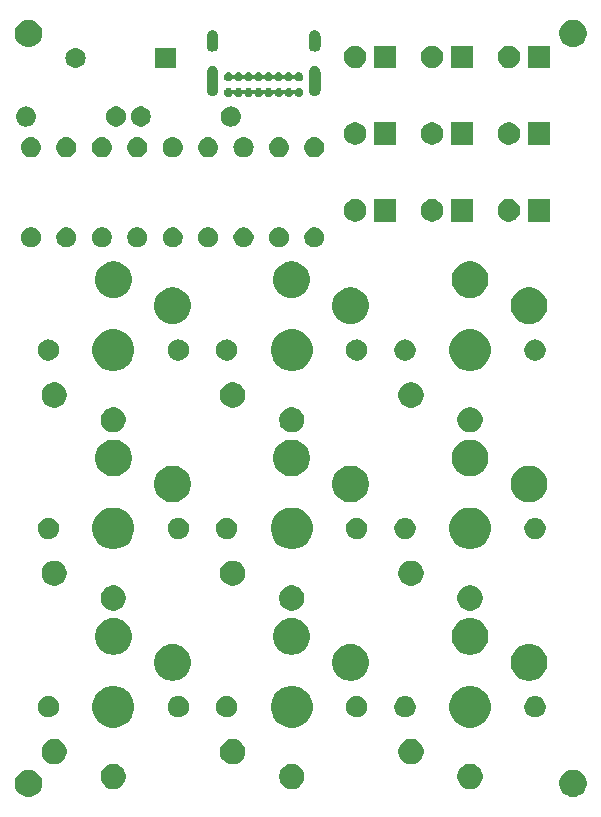
<source format=gbr>
G04 #@! TF.GenerationSoftware,KiCad,Pcbnew,(5.1.0)-1*
G04 #@! TF.CreationDate,2020-10-10T18:43:04-04:00*
G04 #@! TF.ProjectId,switch_tester,73776974-6368-45f7-9465-737465722e6b,rev?*
G04 #@! TF.SameCoordinates,Original*
G04 #@! TF.FileFunction,Soldermask,Top*
G04 #@! TF.FilePolarity,Negative*
%FSLAX46Y46*%
G04 Gerber Fmt 4.6, Leading zero omitted, Abs format (unit mm)*
G04 Created by KiCad (PCBNEW (5.1.0)-1) date 2020-10-10 18:43:04*
%MOMM*%
%LPD*%
G04 APERTURE LIST*
%ADD10C,0.100000*%
G04 APERTURE END LIST*
D10*
G36*
X102824549Y-131271116D02*
G01*
X102935734Y-131293232D01*
X103145203Y-131379997D01*
X103333720Y-131505960D01*
X103494040Y-131666280D01*
X103620003Y-131854797D01*
X103706768Y-132064266D01*
X103751000Y-132286636D01*
X103751000Y-132513364D01*
X103706768Y-132735734D01*
X103620003Y-132945203D01*
X103494040Y-133133720D01*
X103333720Y-133294040D01*
X103145203Y-133420003D01*
X102935734Y-133506768D01*
X102824549Y-133528884D01*
X102713365Y-133551000D01*
X102486635Y-133551000D01*
X102375451Y-133528884D01*
X102264266Y-133506768D01*
X102054797Y-133420003D01*
X101866280Y-133294040D01*
X101705960Y-133133720D01*
X101579997Y-132945203D01*
X101493232Y-132735734D01*
X101449000Y-132513364D01*
X101449000Y-132286636D01*
X101493232Y-132064266D01*
X101579997Y-131854797D01*
X101705960Y-131666280D01*
X101866280Y-131505960D01*
X102054797Y-131379997D01*
X102264266Y-131293232D01*
X102375451Y-131271116D01*
X102486635Y-131249000D01*
X102713365Y-131249000D01*
X102824549Y-131271116D01*
X102824549Y-131271116D01*
G37*
G36*
X56724549Y-131271116D02*
G01*
X56835734Y-131293232D01*
X57045203Y-131379997D01*
X57233720Y-131505960D01*
X57394040Y-131666280D01*
X57520003Y-131854797D01*
X57606768Y-132064266D01*
X57651000Y-132286636D01*
X57651000Y-132513364D01*
X57606768Y-132735734D01*
X57520003Y-132945203D01*
X57394040Y-133133720D01*
X57233720Y-133294040D01*
X57045203Y-133420003D01*
X56835734Y-133506768D01*
X56724549Y-133528884D01*
X56613365Y-133551000D01*
X56386635Y-133551000D01*
X56275451Y-133528884D01*
X56164266Y-133506768D01*
X55954797Y-133420003D01*
X55766280Y-133294040D01*
X55605960Y-133133720D01*
X55479997Y-132945203D01*
X55393232Y-132735734D01*
X55349000Y-132513364D01*
X55349000Y-132286636D01*
X55393232Y-132064266D01*
X55479997Y-131854797D01*
X55605960Y-131666280D01*
X55766280Y-131505960D01*
X55954797Y-131379997D01*
X56164266Y-131293232D01*
X56275451Y-131271116D01*
X56386635Y-131249000D01*
X56613365Y-131249000D01*
X56724549Y-131271116D01*
X56724549Y-131271116D01*
G37*
G36*
X79091231Y-130786003D02*
G01*
X79285412Y-130866436D01*
X79285414Y-130866437D01*
X79460173Y-130983207D01*
X79608793Y-131131827D01*
X79687085Y-131249000D01*
X79725564Y-131306588D01*
X79805997Y-131500769D01*
X79847000Y-131706908D01*
X79847000Y-131917092D01*
X79805997Y-132123231D01*
X79738312Y-132286635D01*
X79725563Y-132317414D01*
X79608793Y-132492173D01*
X79460173Y-132640793D01*
X79285414Y-132757563D01*
X79285413Y-132757564D01*
X79285412Y-132757564D01*
X79091231Y-132837997D01*
X78885092Y-132879000D01*
X78674908Y-132879000D01*
X78468769Y-132837997D01*
X78274588Y-132757564D01*
X78274587Y-132757564D01*
X78274586Y-132757563D01*
X78099827Y-132640793D01*
X77951207Y-132492173D01*
X77834437Y-132317414D01*
X77821688Y-132286635D01*
X77754003Y-132123231D01*
X77713000Y-131917092D01*
X77713000Y-131706908D01*
X77754003Y-131500769D01*
X77834436Y-131306588D01*
X77872915Y-131249000D01*
X77951207Y-131131827D01*
X78099827Y-130983207D01*
X78274586Y-130866437D01*
X78274588Y-130866436D01*
X78468769Y-130786003D01*
X78674908Y-130745000D01*
X78885092Y-130745000D01*
X79091231Y-130786003D01*
X79091231Y-130786003D01*
G37*
G36*
X94191231Y-130786003D02*
G01*
X94385412Y-130866436D01*
X94385414Y-130866437D01*
X94560173Y-130983207D01*
X94708793Y-131131827D01*
X94787085Y-131249000D01*
X94825564Y-131306588D01*
X94905997Y-131500769D01*
X94947000Y-131706908D01*
X94947000Y-131917092D01*
X94905997Y-132123231D01*
X94838312Y-132286635D01*
X94825563Y-132317414D01*
X94708793Y-132492173D01*
X94560173Y-132640793D01*
X94385414Y-132757563D01*
X94385413Y-132757564D01*
X94385412Y-132757564D01*
X94191231Y-132837997D01*
X93985092Y-132879000D01*
X93774908Y-132879000D01*
X93568769Y-132837997D01*
X93374588Y-132757564D01*
X93374587Y-132757564D01*
X93374586Y-132757563D01*
X93199827Y-132640793D01*
X93051207Y-132492173D01*
X92934437Y-132317414D01*
X92921688Y-132286635D01*
X92854003Y-132123231D01*
X92813000Y-131917092D01*
X92813000Y-131706908D01*
X92854003Y-131500769D01*
X92934436Y-131306588D01*
X92972915Y-131249000D01*
X93051207Y-131131827D01*
X93199827Y-130983207D01*
X93374586Y-130866437D01*
X93374588Y-130866436D01*
X93568769Y-130786003D01*
X93774908Y-130745000D01*
X93985092Y-130745000D01*
X94191231Y-130786003D01*
X94191231Y-130786003D01*
G37*
G36*
X63991231Y-130786003D02*
G01*
X64185412Y-130866436D01*
X64185414Y-130866437D01*
X64360173Y-130983207D01*
X64508793Y-131131827D01*
X64587085Y-131249000D01*
X64625564Y-131306588D01*
X64705997Y-131500769D01*
X64747000Y-131706908D01*
X64747000Y-131917092D01*
X64705997Y-132123231D01*
X64638312Y-132286635D01*
X64625563Y-132317414D01*
X64508793Y-132492173D01*
X64360173Y-132640793D01*
X64185414Y-132757563D01*
X64185413Y-132757564D01*
X64185412Y-132757564D01*
X63991231Y-132837997D01*
X63785092Y-132879000D01*
X63574908Y-132879000D01*
X63368769Y-132837997D01*
X63174588Y-132757564D01*
X63174587Y-132757564D01*
X63174586Y-132757563D01*
X62999827Y-132640793D01*
X62851207Y-132492173D01*
X62734437Y-132317414D01*
X62721688Y-132286635D01*
X62654003Y-132123231D01*
X62613000Y-131917092D01*
X62613000Y-131706908D01*
X62654003Y-131500769D01*
X62734436Y-131306588D01*
X62772915Y-131249000D01*
X62851207Y-131131827D01*
X62999827Y-130983207D01*
X63174586Y-130866437D01*
X63174588Y-130866436D01*
X63368769Y-130786003D01*
X63574908Y-130745000D01*
X63785092Y-130745000D01*
X63991231Y-130786003D01*
X63991231Y-130786003D01*
G37*
G36*
X89191231Y-128686003D02*
G01*
X89385412Y-128766436D01*
X89385414Y-128766437D01*
X89560173Y-128883207D01*
X89708793Y-129031827D01*
X89825563Y-129206586D01*
X89825564Y-129206588D01*
X89905997Y-129400769D01*
X89947000Y-129606908D01*
X89947000Y-129817092D01*
X89905997Y-130023231D01*
X89825564Y-130217412D01*
X89825563Y-130217414D01*
X89708793Y-130392173D01*
X89560173Y-130540793D01*
X89385414Y-130657563D01*
X89385413Y-130657564D01*
X89385412Y-130657564D01*
X89191231Y-130737997D01*
X88985092Y-130779000D01*
X88774908Y-130779000D01*
X88568769Y-130737997D01*
X88374588Y-130657564D01*
X88374587Y-130657564D01*
X88374586Y-130657563D01*
X88199827Y-130540793D01*
X88051207Y-130392173D01*
X87934437Y-130217414D01*
X87934436Y-130217412D01*
X87854003Y-130023231D01*
X87813000Y-129817092D01*
X87813000Y-129606908D01*
X87854003Y-129400769D01*
X87934436Y-129206588D01*
X87934437Y-129206586D01*
X88051207Y-129031827D01*
X88199827Y-128883207D01*
X88374586Y-128766437D01*
X88374588Y-128766436D01*
X88568769Y-128686003D01*
X88774908Y-128645000D01*
X88985092Y-128645000D01*
X89191231Y-128686003D01*
X89191231Y-128686003D01*
G37*
G36*
X58991231Y-128686003D02*
G01*
X59185412Y-128766436D01*
X59185414Y-128766437D01*
X59360173Y-128883207D01*
X59508793Y-129031827D01*
X59625563Y-129206586D01*
X59625564Y-129206588D01*
X59705997Y-129400769D01*
X59747000Y-129606908D01*
X59747000Y-129817092D01*
X59705997Y-130023231D01*
X59625564Y-130217412D01*
X59625563Y-130217414D01*
X59508793Y-130392173D01*
X59360173Y-130540793D01*
X59185414Y-130657563D01*
X59185413Y-130657564D01*
X59185412Y-130657564D01*
X58991231Y-130737997D01*
X58785092Y-130779000D01*
X58574908Y-130779000D01*
X58368769Y-130737997D01*
X58174588Y-130657564D01*
X58174587Y-130657564D01*
X58174586Y-130657563D01*
X57999827Y-130540793D01*
X57851207Y-130392173D01*
X57734437Y-130217414D01*
X57734436Y-130217412D01*
X57654003Y-130023231D01*
X57613000Y-129817092D01*
X57613000Y-129606908D01*
X57654003Y-129400769D01*
X57734436Y-129206588D01*
X57734437Y-129206586D01*
X57851207Y-129031827D01*
X57999827Y-128883207D01*
X58174586Y-128766437D01*
X58174588Y-128766436D01*
X58368769Y-128686003D01*
X58574908Y-128645000D01*
X58785092Y-128645000D01*
X58991231Y-128686003D01*
X58991231Y-128686003D01*
G37*
G36*
X74091231Y-128686003D02*
G01*
X74285412Y-128766436D01*
X74285414Y-128766437D01*
X74460173Y-128883207D01*
X74608793Y-129031827D01*
X74725563Y-129206586D01*
X74725564Y-129206588D01*
X74805997Y-129400769D01*
X74847000Y-129606908D01*
X74847000Y-129817092D01*
X74805997Y-130023231D01*
X74725564Y-130217412D01*
X74725563Y-130217414D01*
X74608793Y-130392173D01*
X74460173Y-130540793D01*
X74285414Y-130657563D01*
X74285413Y-130657564D01*
X74285412Y-130657564D01*
X74091231Y-130737997D01*
X73885092Y-130779000D01*
X73674908Y-130779000D01*
X73468769Y-130737997D01*
X73274588Y-130657564D01*
X73274587Y-130657564D01*
X73274586Y-130657563D01*
X73099827Y-130540793D01*
X72951207Y-130392173D01*
X72834437Y-130217414D01*
X72834436Y-130217412D01*
X72754003Y-130023231D01*
X72713000Y-129817092D01*
X72713000Y-129606908D01*
X72754003Y-129400769D01*
X72834436Y-129206588D01*
X72834437Y-129206586D01*
X72951207Y-129031827D01*
X73099827Y-128883207D01*
X73274586Y-128766437D01*
X73274588Y-128766436D01*
X73468769Y-128686003D01*
X73674908Y-128645000D01*
X73885092Y-128645000D01*
X74091231Y-128686003D01*
X74091231Y-128686003D01*
G37*
G36*
X79294976Y-124214347D02*
G01*
X79616276Y-124347434D01*
X79616278Y-124347435D01*
X79905440Y-124540647D01*
X80151353Y-124786560D01*
X80300718Y-125010100D01*
X80344566Y-125075724D01*
X80477653Y-125397024D01*
X80545500Y-125738112D01*
X80545500Y-126085888D01*
X80477653Y-126426976D01*
X80400784Y-126612554D01*
X80344565Y-126748278D01*
X80151353Y-127037440D01*
X79905440Y-127283353D01*
X79616278Y-127476565D01*
X79616277Y-127476566D01*
X79616276Y-127476566D01*
X79294976Y-127609653D01*
X78953888Y-127677500D01*
X78606112Y-127677500D01*
X78265024Y-127609653D01*
X77943724Y-127476566D01*
X77943723Y-127476566D01*
X77943722Y-127476565D01*
X77654560Y-127283353D01*
X77408647Y-127037440D01*
X77215435Y-126748278D01*
X77159216Y-126612554D01*
X77082347Y-126426976D01*
X77014500Y-126085888D01*
X77014500Y-125738112D01*
X77082347Y-125397024D01*
X77215434Y-125075724D01*
X77259283Y-125010100D01*
X77408647Y-124786560D01*
X77654560Y-124540647D01*
X77943722Y-124347435D01*
X77943724Y-124347434D01*
X78265024Y-124214347D01*
X78606112Y-124146500D01*
X78953888Y-124146500D01*
X79294976Y-124214347D01*
X79294976Y-124214347D01*
G37*
G36*
X94394976Y-124214347D02*
G01*
X94716276Y-124347434D01*
X94716278Y-124347435D01*
X95005440Y-124540647D01*
X95251353Y-124786560D01*
X95400718Y-125010100D01*
X95444566Y-125075724D01*
X95577653Y-125397024D01*
X95645500Y-125738112D01*
X95645500Y-126085888D01*
X95577653Y-126426976D01*
X95500784Y-126612554D01*
X95444565Y-126748278D01*
X95251353Y-127037440D01*
X95005440Y-127283353D01*
X94716278Y-127476565D01*
X94716277Y-127476566D01*
X94716276Y-127476566D01*
X94394976Y-127609653D01*
X94053888Y-127677500D01*
X93706112Y-127677500D01*
X93365024Y-127609653D01*
X93043724Y-127476566D01*
X93043723Y-127476566D01*
X93043722Y-127476565D01*
X92754560Y-127283353D01*
X92508647Y-127037440D01*
X92315435Y-126748278D01*
X92259216Y-126612554D01*
X92182347Y-126426976D01*
X92114500Y-126085888D01*
X92114500Y-125738112D01*
X92182347Y-125397024D01*
X92315434Y-125075724D01*
X92359283Y-125010100D01*
X92508647Y-124786560D01*
X92754560Y-124540647D01*
X93043722Y-124347435D01*
X93043724Y-124347434D01*
X93365024Y-124214347D01*
X93706112Y-124146500D01*
X94053888Y-124146500D01*
X94394976Y-124214347D01*
X94394976Y-124214347D01*
G37*
G36*
X64194976Y-124214347D02*
G01*
X64516276Y-124347434D01*
X64516278Y-124347435D01*
X64805440Y-124540647D01*
X65051353Y-124786560D01*
X65200718Y-125010100D01*
X65244566Y-125075724D01*
X65377653Y-125397024D01*
X65445500Y-125738112D01*
X65445500Y-126085888D01*
X65377653Y-126426976D01*
X65300784Y-126612554D01*
X65244565Y-126748278D01*
X65051353Y-127037440D01*
X64805440Y-127283353D01*
X64516278Y-127476565D01*
X64516277Y-127476566D01*
X64516276Y-127476566D01*
X64194976Y-127609653D01*
X63853888Y-127677500D01*
X63506112Y-127677500D01*
X63165024Y-127609653D01*
X62843724Y-127476566D01*
X62843723Y-127476566D01*
X62843722Y-127476565D01*
X62554560Y-127283353D01*
X62308647Y-127037440D01*
X62115435Y-126748278D01*
X62059216Y-126612554D01*
X61982347Y-126426976D01*
X61914500Y-126085888D01*
X61914500Y-125738112D01*
X61982347Y-125397024D01*
X62115434Y-125075724D01*
X62159283Y-125010100D01*
X62308647Y-124786560D01*
X62554560Y-124540647D01*
X62843722Y-124347435D01*
X62843724Y-124347434D01*
X63165024Y-124214347D01*
X63506112Y-124146500D01*
X63853888Y-124146500D01*
X64194976Y-124214347D01*
X64194976Y-124214347D01*
G37*
G36*
X84455952Y-125027430D02*
G01*
X84543075Y-125044759D01*
X84652498Y-125090084D01*
X84707211Y-125112747D01*
X84853933Y-125210783D01*
X84854928Y-125211448D01*
X84980552Y-125337072D01*
X84980554Y-125337075D01*
X85079253Y-125484789D01*
X85079253Y-125484790D01*
X85147241Y-125648925D01*
X85181900Y-125823171D01*
X85181900Y-126000829D01*
X85147241Y-126175075D01*
X85101916Y-126284498D01*
X85079253Y-126339211D01*
X85020610Y-126426977D01*
X84980552Y-126486928D01*
X84854928Y-126612552D01*
X84854925Y-126612554D01*
X84707211Y-126711253D01*
X84652498Y-126733916D01*
X84543075Y-126779241D01*
X84455952Y-126796571D01*
X84368831Y-126813900D01*
X84191169Y-126813900D01*
X84104048Y-126796571D01*
X84016925Y-126779241D01*
X83907502Y-126733916D01*
X83852789Y-126711253D01*
X83705075Y-126612554D01*
X83705072Y-126612552D01*
X83579448Y-126486928D01*
X83539390Y-126426977D01*
X83480747Y-126339211D01*
X83458084Y-126284498D01*
X83412759Y-126175075D01*
X83378100Y-126000829D01*
X83378100Y-125823171D01*
X83412759Y-125648925D01*
X83480747Y-125484790D01*
X83480747Y-125484789D01*
X83579446Y-125337075D01*
X83579448Y-125337072D01*
X83705072Y-125211448D01*
X83706067Y-125210783D01*
X83852789Y-125112747D01*
X83907502Y-125090084D01*
X84016925Y-125044759D01*
X84104048Y-125027430D01*
X84191169Y-125010100D01*
X84368831Y-125010100D01*
X84455952Y-125027430D01*
X84455952Y-125027430D01*
G37*
G36*
X88555952Y-125027430D02*
G01*
X88643075Y-125044759D01*
X88752498Y-125090084D01*
X88807211Y-125112747D01*
X88953933Y-125210783D01*
X88954928Y-125211448D01*
X89080552Y-125337072D01*
X89080554Y-125337075D01*
X89179253Y-125484789D01*
X89179253Y-125484790D01*
X89247241Y-125648925D01*
X89281900Y-125823171D01*
X89281900Y-126000829D01*
X89247241Y-126175075D01*
X89201916Y-126284498D01*
X89179253Y-126339211D01*
X89120610Y-126426977D01*
X89080552Y-126486928D01*
X88954928Y-126612552D01*
X88954925Y-126612554D01*
X88807211Y-126711253D01*
X88752498Y-126733916D01*
X88643075Y-126779241D01*
X88555952Y-126796571D01*
X88468831Y-126813900D01*
X88291169Y-126813900D01*
X88204048Y-126796571D01*
X88116925Y-126779241D01*
X88007502Y-126733916D01*
X87952789Y-126711253D01*
X87805075Y-126612554D01*
X87805072Y-126612552D01*
X87679448Y-126486928D01*
X87639390Y-126426977D01*
X87580747Y-126339211D01*
X87558084Y-126284498D01*
X87512759Y-126175075D01*
X87478100Y-126000829D01*
X87478100Y-125823171D01*
X87512759Y-125648925D01*
X87580747Y-125484790D01*
X87580747Y-125484789D01*
X87679446Y-125337075D01*
X87679448Y-125337072D01*
X87805072Y-125211448D01*
X87806067Y-125210783D01*
X87952789Y-125112747D01*
X88007502Y-125090084D01*
X88116925Y-125044759D01*
X88204048Y-125027430D01*
X88291169Y-125010100D01*
X88468831Y-125010100D01*
X88555952Y-125027430D01*
X88555952Y-125027430D01*
G37*
G36*
X99555952Y-125027430D02*
G01*
X99643075Y-125044759D01*
X99752498Y-125090084D01*
X99807211Y-125112747D01*
X99953933Y-125210783D01*
X99954928Y-125211448D01*
X100080552Y-125337072D01*
X100080554Y-125337075D01*
X100179253Y-125484789D01*
X100179253Y-125484790D01*
X100247241Y-125648925D01*
X100281900Y-125823171D01*
X100281900Y-126000829D01*
X100247241Y-126175075D01*
X100201916Y-126284498D01*
X100179253Y-126339211D01*
X100120610Y-126426977D01*
X100080552Y-126486928D01*
X99954928Y-126612552D01*
X99954925Y-126612554D01*
X99807211Y-126711253D01*
X99752498Y-126733916D01*
X99643075Y-126779241D01*
X99555952Y-126796571D01*
X99468831Y-126813900D01*
X99291169Y-126813900D01*
X99204048Y-126796571D01*
X99116925Y-126779241D01*
X99007502Y-126733916D01*
X98952789Y-126711253D01*
X98805075Y-126612554D01*
X98805072Y-126612552D01*
X98679448Y-126486928D01*
X98639390Y-126426977D01*
X98580747Y-126339211D01*
X98558084Y-126284498D01*
X98512759Y-126175075D01*
X98478100Y-126000829D01*
X98478100Y-125823171D01*
X98512759Y-125648925D01*
X98580747Y-125484790D01*
X98580747Y-125484789D01*
X98679446Y-125337075D01*
X98679448Y-125337072D01*
X98805072Y-125211448D01*
X98806067Y-125210783D01*
X98952789Y-125112747D01*
X99007502Y-125090084D01*
X99116925Y-125044759D01*
X99204048Y-125027430D01*
X99291169Y-125010100D01*
X99468831Y-125010100D01*
X99555952Y-125027430D01*
X99555952Y-125027430D01*
G37*
G36*
X73455952Y-125027430D02*
G01*
X73543075Y-125044759D01*
X73652498Y-125090084D01*
X73707211Y-125112747D01*
X73853933Y-125210783D01*
X73854928Y-125211448D01*
X73980552Y-125337072D01*
X73980554Y-125337075D01*
X74079253Y-125484789D01*
X74079253Y-125484790D01*
X74147241Y-125648925D01*
X74181900Y-125823171D01*
X74181900Y-126000829D01*
X74147241Y-126175075D01*
X74101916Y-126284498D01*
X74079253Y-126339211D01*
X74020610Y-126426977D01*
X73980552Y-126486928D01*
X73854928Y-126612552D01*
X73854925Y-126612554D01*
X73707211Y-126711253D01*
X73652498Y-126733916D01*
X73543075Y-126779241D01*
X73455952Y-126796571D01*
X73368831Y-126813900D01*
X73191169Y-126813900D01*
X73104048Y-126796571D01*
X73016925Y-126779241D01*
X72907502Y-126733916D01*
X72852789Y-126711253D01*
X72705075Y-126612554D01*
X72705072Y-126612552D01*
X72579448Y-126486928D01*
X72539390Y-126426977D01*
X72480747Y-126339211D01*
X72458084Y-126284498D01*
X72412759Y-126175075D01*
X72378100Y-126000829D01*
X72378100Y-125823171D01*
X72412759Y-125648925D01*
X72480747Y-125484790D01*
X72480747Y-125484789D01*
X72579446Y-125337075D01*
X72579448Y-125337072D01*
X72705072Y-125211448D01*
X72706067Y-125210783D01*
X72852789Y-125112747D01*
X72907502Y-125090084D01*
X73016925Y-125044759D01*
X73104048Y-125027430D01*
X73191169Y-125010100D01*
X73368831Y-125010100D01*
X73455952Y-125027430D01*
X73455952Y-125027430D01*
G37*
G36*
X58355952Y-125027430D02*
G01*
X58443075Y-125044759D01*
X58552498Y-125090084D01*
X58607211Y-125112747D01*
X58753933Y-125210783D01*
X58754928Y-125211448D01*
X58880552Y-125337072D01*
X58880554Y-125337075D01*
X58979253Y-125484789D01*
X58979253Y-125484790D01*
X59047241Y-125648925D01*
X59081900Y-125823171D01*
X59081900Y-126000829D01*
X59047241Y-126175075D01*
X59001916Y-126284498D01*
X58979253Y-126339211D01*
X58920610Y-126426977D01*
X58880552Y-126486928D01*
X58754928Y-126612552D01*
X58754925Y-126612554D01*
X58607211Y-126711253D01*
X58552498Y-126733916D01*
X58443075Y-126779241D01*
X58355952Y-126796571D01*
X58268831Y-126813900D01*
X58091169Y-126813900D01*
X58004048Y-126796571D01*
X57916925Y-126779241D01*
X57807502Y-126733916D01*
X57752789Y-126711253D01*
X57605075Y-126612554D01*
X57605072Y-126612552D01*
X57479448Y-126486928D01*
X57439390Y-126426977D01*
X57380747Y-126339211D01*
X57358084Y-126284498D01*
X57312759Y-126175075D01*
X57278100Y-126000829D01*
X57278100Y-125823171D01*
X57312759Y-125648925D01*
X57380747Y-125484790D01*
X57380747Y-125484789D01*
X57479446Y-125337075D01*
X57479448Y-125337072D01*
X57605072Y-125211448D01*
X57606067Y-125210783D01*
X57752789Y-125112747D01*
X57807502Y-125090084D01*
X57916925Y-125044759D01*
X58004048Y-125027430D01*
X58091169Y-125010100D01*
X58268831Y-125010100D01*
X58355952Y-125027430D01*
X58355952Y-125027430D01*
G37*
G36*
X69355952Y-125027430D02*
G01*
X69443075Y-125044759D01*
X69552498Y-125090084D01*
X69607211Y-125112747D01*
X69753933Y-125210783D01*
X69754928Y-125211448D01*
X69880552Y-125337072D01*
X69880554Y-125337075D01*
X69979253Y-125484789D01*
X69979253Y-125484790D01*
X70047241Y-125648925D01*
X70081900Y-125823171D01*
X70081900Y-126000829D01*
X70047241Y-126175075D01*
X70001916Y-126284498D01*
X69979253Y-126339211D01*
X69920610Y-126426977D01*
X69880552Y-126486928D01*
X69754928Y-126612552D01*
X69754925Y-126612554D01*
X69607211Y-126711253D01*
X69552498Y-126733916D01*
X69443075Y-126779241D01*
X69355952Y-126796571D01*
X69268831Y-126813900D01*
X69091169Y-126813900D01*
X69004048Y-126796571D01*
X68916925Y-126779241D01*
X68807502Y-126733916D01*
X68752789Y-126711253D01*
X68605075Y-126612554D01*
X68605072Y-126612552D01*
X68479448Y-126486928D01*
X68439390Y-126426977D01*
X68380747Y-126339211D01*
X68358084Y-126284498D01*
X68312759Y-126175075D01*
X68278100Y-126000829D01*
X68278100Y-125823171D01*
X68312759Y-125648925D01*
X68380747Y-125484790D01*
X68380747Y-125484789D01*
X68479446Y-125337075D01*
X68479448Y-125337072D01*
X68605072Y-125211448D01*
X68606067Y-125210783D01*
X68752789Y-125112747D01*
X68807502Y-125090084D01*
X68916925Y-125044759D01*
X69004048Y-125027430D01*
X69091169Y-125010100D01*
X69268831Y-125010100D01*
X69355952Y-125027430D01*
X69355952Y-125027430D01*
G37*
G36*
X99182585Y-120640802D02*
G01*
X99332410Y-120670604D01*
X99614674Y-120787521D01*
X99868705Y-120957259D01*
X100084741Y-121173295D01*
X100254479Y-121427326D01*
X100371396Y-121709590D01*
X100431000Y-122009240D01*
X100431000Y-122314760D01*
X100371396Y-122614410D01*
X100254479Y-122896674D01*
X100084741Y-123150705D01*
X99868705Y-123366741D01*
X99614674Y-123536479D01*
X99332410Y-123653396D01*
X99182585Y-123683198D01*
X99032761Y-123713000D01*
X98727239Y-123713000D01*
X98577415Y-123683198D01*
X98427590Y-123653396D01*
X98145326Y-123536479D01*
X97891295Y-123366741D01*
X97675259Y-123150705D01*
X97505521Y-122896674D01*
X97388604Y-122614410D01*
X97329000Y-122314760D01*
X97329000Y-122009240D01*
X97388604Y-121709590D01*
X97505521Y-121427326D01*
X97675259Y-121173295D01*
X97891295Y-120957259D01*
X98145326Y-120787521D01*
X98427590Y-120670604D01*
X98577415Y-120640802D01*
X98727239Y-120611000D01*
X99032761Y-120611000D01*
X99182585Y-120640802D01*
X99182585Y-120640802D01*
G37*
G36*
X84082585Y-120640802D02*
G01*
X84232410Y-120670604D01*
X84514674Y-120787521D01*
X84768705Y-120957259D01*
X84984741Y-121173295D01*
X85154479Y-121427326D01*
X85271396Y-121709590D01*
X85331000Y-122009240D01*
X85331000Y-122314760D01*
X85271396Y-122614410D01*
X85154479Y-122896674D01*
X84984741Y-123150705D01*
X84768705Y-123366741D01*
X84514674Y-123536479D01*
X84232410Y-123653396D01*
X84082585Y-123683198D01*
X83932761Y-123713000D01*
X83627239Y-123713000D01*
X83477415Y-123683198D01*
X83327590Y-123653396D01*
X83045326Y-123536479D01*
X82791295Y-123366741D01*
X82575259Y-123150705D01*
X82405521Y-122896674D01*
X82288604Y-122614410D01*
X82229000Y-122314760D01*
X82229000Y-122009240D01*
X82288604Y-121709590D01*
X82405521Y-121427326D01*
X82575259Y-121173295D01*
X82791295Y-120957259D01*
X83045326Y-120787521D01*
X83327590Y-120670604D01*
X83477415Y-120640802D01*
X83627239Y-120611000D01*
X83932761Y-120611000D01*
X84082585Y-120640802D01*
X84082585Y-120640802D01*
G37*
G36*
X68982585Y-120640802D02*
G01*
X69132410Y-120670604D01*
X69414674Y-120787521D01*
X69668705Y-120957259D01*
X69884741Y-121173295D01*
X70054479Y-121427326D01*
X70171396Y-121709590D01*
X70231000Y-122009240D01*
X70231000Y-122314760D01*
X70171396Y-122614410D01*
X70054479Y-122896674D01*
X69884741Y-123150705D01*
X69668705Y-123366741D01*
X69414674Y-123536479D01*
X69132410Y-123653396D01*
X68982585Y-123683198D01*
X68832761Y-123713000D01*
X68527239Y-123713000D01*
X68377415Y-123683198D01*
X68227590Y-123653396D01*
X67945326Y-123536479D01*
X67691295Y-123366741D01*
X67475259Y-123150705D01*
X67305521Y-122896674D01*
X67188604Y-122614410D01*
X67129000Y-122314760D01*
X67129000Y-122009240D01*
X67188604Y-121709590D01*
X67305521Y-121427326D01*
X67475259Y-121173295D01*
X67691295Y-120957259D01*
X67945326Y-120787521D01*
X68227590Y-120670604D01*
X68377415Y-120640802D01*
X68527239Y-120611000D01*
X68832761Y-120611000D01*
X68982585Y-120640802D01*
X68982585Y-120640802D01*
G37*
G36*
X63982585Y-118440802D02*
G01*
X64132410Y-118470604D01*
X64414674Y-118587521D01*
X64668705Y-118757259D01*
X64884741Y-118973295D01*
X65054479Y-119227326D01*
X65171396Y-119509590D01*
X65231000Y-119809240D01*
X65231000Y-120114760D01*
X65171396Y-120414410D01*
X65054479Y-120696674D01*
X64884741Y-120950705D01*
X64668705Y-121166741D01*
X64414674Y-121336479D01*
X64132410Y-121453396D01*
X63982585Y-121483198D01*
X63832761Y-121513000D01*
X63527239Y-121513000D01*
X63377415Y-121483198D01*
X63227590Y-121453396D01*
X62945326Y-121336479D01*
X62691295Y-121166741D01*
X62475259Y-120950705D01*
X62305521Y-120696674D01*
X62188604Y-120414410D01*
X62129000Y-120114760D01*
X62129000Y-119809240D01*
X62188604Y-119509590D01*
X62305521Y-119227326D01*
X62475259Y-118973295D01*
X62691295Y-118757259D01*
X62945326Y-118587521D01*
X63227590Y-118470604D01*
X63377415Y-118440802D01*
X63527239Y-118411000D01*
X63832761Y-118411000D01*
X63982585Y-118440802D01*
X63982585Y-118440802D01*
G37*
G36*
X79082585Y-118440802D02*
G01*
X79232410Y-118470604D01*
X79514674Y-118587521D01*
X79768705Y-118757259D01*
X79984741Y-118973295D01*
X80154479Y-119227326D01*
X80271396Y-119509590D01*
X80331000Y-119809240D01*
X80331000Y-120114760D01*
X80271396Y-120414410D01*
X80154479Y-120696674D01*
X79984741Y-120950705D01*
X79768705Y-121166741D01*
X79514674Y-121336479D01*
X79232410Y-121453396D01*
X79082585Y-121483198D01*
X78932761Y-121513000D01*
X78627239Y-121513000D01*
X78477415Y-121483198D01*
X78327590Y-121453396D01*
X78045326Y-121336479D01*
X77791295Y-121166741D01*
X77575259Y-120950705D01*
X77405521Y-120696674D01*
X77288604Y-120414410D01*
X77229000Y-120114760D01*
X77229000Y-119809240D01*
X77288604Y-119509590D01*
X77405521Y-119227326D01*
X77575259Y-118973295D01*
X77791295Y-118757259D01*
X78045326Y-118587521D01*
X78327590Y-118470604D01*
X78477415Y-118440802D01*
X78627239Y-118411000D01*
X78932761Y-118411000D01*
X79082585Y-118440802D01*
X79082585Y-118440802D01*
G37*
G36*
X94182585Y-118440802D02*
G01*
X94332410Y-118470604D01*
X94614674Y-118587521D01*
X94868705Y-118757259D01*
X95084741Y-118973295D01*
X95254479Y-119227326D01*
X95371396Y-119509590D01*
X95431000Y-119809240D01*
X95431000Y-120114760D01*
X95371396Y-120414410D01*
X95254479Y-120696674D01*
X95084741Y-120950705D01*
X94868705Y-121166741D01*
X94614674Y-121336479D01*
X94332410Y-121453396D01*
X94182585Y-121483198D01*
X94032761Y-121513000D01*
X93727239Y-121513000D01*
X93577415Y-121483198D01*
X93427590Y-121453396D01*
X93145326Y-121336479D01*
X92891295Y-121166741D01*
X92675259Y-120950705D01*
X92505521Y-120696674D01*
X92388604Y-120414410D01*
X92329000Y-120114760D01*
X92329000Y-119809240D01*
X92388604Y-119509590D01*
X92505521Y-119227326D01*
X92675259Y-118973295D01*
X92891295Y-118757259D01*
X93145326Y-118587521D01*
X93427590Y-118470604D01*
X93577415Y-118440802D01*
X93727239Y-118411000D01*
X94032761Y-118411000D01*
X94182585Y-118440802D01*
X94182585Y-118440802D01*
G37*
G36*
X63991231Y-115686003D02*
G01*
X64185412Y-115766436D01*
X64185414Y-115766437D01*
X64360173Y-115883207D01*
X64508793Y-116031827D01*
X64625563Y-116206586D01*
X64625564Y-116206588D01*
X64705997Y-116400769D01*
X64747000Y-116606908D01*
X64747000Y-116817092D01*
X64705997Y-117023231D01*
X64625564Y-117217412D01*
X64625563Y-117217414D01*
X64508793Y-117392173D01*
X64360173Y-117540793D01*
X64185414Y-117657563D01*
X64185413Y-117657564D01*
X64185412Y-117657564D01*
X63991231Y-117737997D01*
X63785092Y-117779000D01*
X63574908Y-117779000D01*
X63368769Y-117737997D01*
X63174588Y-117657564D01*
X63174587Y-117657564D01*
X63174586Y-117657563D01*
X62999827Y-117540793D01*
X62851207Y-117392173D01*
X62734437Y-117217414D01*
X62734436Y-117217412D01*
X62654003Y-117023231D01*
X62613000Y-116817092D01*
X62613000Y-116606908D01*
X62654003Y-116400769D01*
X62734436Y-116206588D01*
X62734437Y-116206586D01*
X62851207Y-116031827D01*
X62999827Y-115883207D01*
X63174586Y-115766437D01*
X63174588Y-115766436D01*
X63368769Y-115686003D01*
X63574908Y-115645000D01*
X63785092Y-115645000D01*
X63991231Y-115686003D01*
X63991231Y-115686003D01*
G37*
G36*
X79091231Y-115686003D02*
G01*
X79285412Y-115766436D01*
X79285414Y-115766437D01*
X79460173Y-115883207D01*
X79608793Y-116031827D01*
X79725563Y-116206586D01*
X79725564Y-116206588D01*
X79805997Y-116400769D01*
X79847000Y-116606908D01*
X79847000Y-116817092D01*
X79805997Y-117023231D01*
X79725564Y-117217412D01*
X79725563Y-117217414D01*
X79608793Y-117392173D01*
X79460173Y-117540793D01*
X79285414Y-117657563D01*
X79285413Y-117657564D01*
X79285412Y-117657564D01*
X79091231Y-117737997D01*
X78885092Y-117779000D01*
X78674908Y-117779000D01*
X78468769Y-117737997D01*
X78274588Y-117657564D01*
X78274587Y-117657564D01*
X78274586Y-117657563D01*
X78099827Y-117540793D01*
X77951207Y-117392173D01*
X77834437Y-117217414D01*
X77834436Y-117217412D01*
X77754003Y-117023231D01*
X77713000Y-116817092D01*
X77713000Y-116606908D01*
X77754003Y-116400769D01*
X77834436Y-116206588D01*
X77834437Y-116206586D01*
X77951207Y-116031827D01*
X78099827Y-115883207D01*
X78274586Y-115766437D01*
X78274588Y-115766436D01*
X78468769Y-115686003D01*
X78674908Y-115645000D01*
X78885092Y-115645000D01*
X79091231Y-115686003D01*
X79091231Y-115686003D01*
G37*
G36*
X94191231Y-115686003D02*
G01*
X94385412Y-115766436D01*
X94385414Y-115766437D01*
X94560173Y-115883207D01*
X94708793Y-116031827D01*
X94825563Y-116206586D01*
X94825564Y-116206588D01*
X94905997Y-116400769D01*
X94947000Y-116606908D01*
X94947000Y-116817092D01*
X94905997Y-117023231D01*
X94825564Y-117217412D01*
X94825563Y-117217414D01*
X94708793Y-117392173D01*
X94560173Y-117540793D01*
X94385414Y-117657563D01*
X94385413Y-117657564D01*
X94385412Y-117657564D01*
X94191231Y-117737997D01*
X93985092Y-117779000D01*
X93774908Y-117779000D01*
X93568769Y-117737997D01*
X93374588Y-117657564D01*
X93374587Y-117657564D01*
X93374586Y-117657563D01*
X93199827Y-117540793D01*
X93051207Y-117392173D01*
X92934437Y-117217414D01*
X92934436Y-117217412D01*
X92854003Y-117023231D01*
X92813000Y-116817092D01*
X92813000Y-116606908D01*
X92854003Y-116400769D01*
X92934436Y-116206588D01*
X92934437Y-116206586D01*
X93051207Y-116031827D01*
X93199827Y-115883207D01*
X93374586Y-115766437D01*
X93374588Y-115766436D01*
X93568769Y-115686003D01*
X93774908Y-115645000D01*
X93985092Y-115645000D01*
X94191231Y-115686003D01*
X94191231Y-115686003D01*
G37*
G36*
X74091231Y-113586003D02*
G01*
X74285412Y-113666436D01*
X74285414Y-113666437D01*
X74460173Y-113783207D01*
X74608793Y-113931827D01*
X74725563Y-114106586D01*
X74725564Y-114106588D01*
X74805997Y-114300769D01*
X74847000Y-114506908D01*
X74847000Y-114717092D01*
X74805997Y-114923231D01*
X74725564Y-115117412D01*
X74725563Y-115117414D01*
X74608793Y-115292173D01*
X74460173Y-115440793D01*
X74285414Y-115557563D01*
X74285413Y-115557564D01*
X74285412Y-115557564D01*
X74091231Y-115637997D01*
X73885092Y-115679000D01*
X73674908Y-115679000D01*
X73468769Y-115637997D01*
X73274588Y-115557564D01*
X73274587Y-115557564D01*
X73274586Y-115557563D01*
X73099827Y-115440793D01*
X72951207Y-115292173D01*
X72834437Y-115117414D01*
X72834436Y-115117412D01*
X72754003Y-114923231D01*
X72713000Y-114717092D01*
X72713000Y-114506908D01*
X72754003Y-114300769D01*
X72834436Y-114106588D01*
X72834437Y-114106586D01*
X72951207Y-113931827D01*
X73099827Y-113783207D01*
X73274586Y-113666437D01*
X73274588Y-113666436D01*
X73468769Y-113586003D01*
X73674908Y-113545000D01*
X73885092Y-113545000D01*
X74091231Y-113586003D01*
X74091231Y-113586003D01*
G37*
G36*
X58991231Y-113586003D02*
G01*
X59185412Y-113666436D01*
X59185414Y-113666437D01*
X59360173Y-113783207D01*
X59508793Y-113931827D01*
X59625563Y-114106586D01*
X59625564Y-114106588D01*
X59705997Y-114300769D01*
X59747000Y-114506908D01*
X59747000Y-114717092D01*
X59705997Y-114923231D01*
X59625564Y-115117412D01*
X59625563Y-115117414D01*
X59508793Y-115292173D01*
X59360173Y-115440793D01*
X59185414Y-115557563D01*
X59185413Y-115557564D01*
X59185412Y-115557564D01*
X58991231Y-115637997D01*
X58785092Y-115679000D01*
X58574908Y-115679000D01*
X58368769Y-115637997D01*
X58174588Y-115557564D01*
X58174587Y-115557564D01*
X58174586Y-115557563D01*
X57999827Y-115440793D01*
X57851207Y-115292173D01*
X57734437Y-115117414D01*
X57734436Y-115117412D01*
X57654003Y-114923231D01*
X57613000Y-114717092D01*
X57613000Y-114506908D01*
X57654003Y-114300769D01*
X57734436Y-114106588D01*
X57734437Y-114106586D01*
X57851207Y-113931827D01*
X57999827Y-113783207D01*
X58174586Y-113666437D01*
X58174588Y-113666436D01*
X58368769Y-113586003D01*
X58574908Y-113545000D01*
X58785092Y-113545000D01*
X58991231Y-113586003D01*
X58991231Y-113586003D01*
G37*
G36*
X89191231Y-113586003D02*
G01*
X89385412Y-113666436D01*
X89385414Y-113666437D01*
X89560173Y-113783207D01*
X89708793Y-113931827D01*
X89825563Y-114106586D01*
X89825564Y-114106588D01*
X89905997Y-114300769D01*
X89947000Y-114506908D01*
X89947000Y-114717092D01*
X89905997Y-114923231D01*
X89825564Y-115117412D01*
X89825563Y-115117414D01*
X89708793Y-115292173D01*
X89560173Y-115440793D01*
X89385414Y-115557563D01*
X89385413Y-115557564D01*
X89385412Y-115557564D01*
X89191231Y-115637997D01*
X88985092Y-115679000D01*
X88774908Y-115679000D01*
X88568769Y-115637997D01*
X88374588Y-115557564D01*
X88374587Y-115557564D01*
X88374586Y-115557563D01*
X88199827Y-115440793D01*
X88051207Y-115292173D01*
X87934437Y-115117414D01*
X87934436Y-115117412D01*
X87854003Y-114923231D01*
X87813000Y-114717092D01*
X87813000Y-114506908D01*
X87854003Y-114300769D01*
X87934436Y-114106588D01*
X87934437Y-114106586D01*
X88051207Y-113931827D01*
X88199827Y-113783207D01*
X88374586Y-113666437D01*
X88374588Y-113666436D01*
X88568769Y-113586003D01*
X88774908Y-113545000D01*
X88985092Y-113545000D01*
X89191231Y-113586003D01*
X89191231Y-113586003D01*
G37*
G36*
X79294976Y-109114347D02*
G01*
X79616276Y-109247434D01*
X79616278Y-109247435D01*
X79905440Y-109440647D01*
X80151353Y-109686560D01*
X80300718Y-109910100D01*
X80344566Y-109975724D01*
X80477653Y-110297024D01*
X80545500Y-110638112D01*
X80545500Y-110985888D01*
X80477653Y-111326976D01*
X80400784Y-111512554D01*
X80344565Y-111648278D01*
X80151353Y-111937440D01*
X79905440Y-112183353D01*
X79616278Y-112376565D01*
X79616277Y-112376566D01*
X79616276Y-112376566D01*
X79294976Y-112509653D01*
X78953888Y-112577500D01*
X78606112Y-112577500D01*
X78265024Y-112509653D01*
X77943724Y-112376566D01*
X77943723Y-112376566D01*
X77943722Y-112376565D01*
X77654560Y-112183353D01*
X77408647Y-111937440D01*
X77215435Y-111648278D01*
X77159216Y-111512554D01*
X77082347Y-111326976D01*
X77014500Y-110985888D01*
X77014500Y-110638112D01*
X77082347Y-110297024D01*
X77215434Y-109975724D01*
X77259283Y-109910100D01*
X77408647Y-109686560D01*
X77654560Y-109440647D01*
X77943722Y-109247435D01*
X77943724Y-109247434D01*
X78265024Y-109114347D01*
X78606112Y-109046500D01*
X78953888Y-109046500D01*
X79294976Y-109114347D01*
X79294976Y-109114347D01*
G37*
G36*
X94394976Y-109114347D02*
G01*
X94716276Y-109247434D01*
X94716278Y-109247435D01*
X95005440Y-109440647D01*
X95251353Y-109686560D01*
X95400718Y-109910100D01*
X95444566Y-109975724D01*
X95577653Y-110297024D01*
X95645500Y-110638112D01*
X95645500Y-110985888D01*
X95577653Y-111326976D01*
X95500784Y-111512554D01*
X95444565Y-111648278D01*
X95251353Y-111937440D01*
X95005440Y-112183353D01*
X94716278Y-112376565D01*
X94716277Y-112376566D01*
X94716276Y-112376566D01*
X94394976Y-112509653D01*
X94053888Y-112577500D01*
X93706112Y-112577500D01*
X93365024Y-112509653D01*
X93043724Y-112376566D01*
X93043723Y-112376566D01*
X93043722Y-112376565D01*
X92754560Y-112183353D01*
X92508647Y-111937440D01*
X92315435Y-111648278D01*
X92259216Y-111512554D01*
X92182347Y-111326976D01*
X92114500Y-110985888D01*
X92114500Y-110638112D01*
X92182347Y-110297024D01*
X92315434Y-109975724D01*
X92359283Y-109910100D01*
X92508647Y-109686560D01*
X92754560Y-109440647D01*
X93043722Y-109247435D01*
X93043724Y-109247434D01*
X93365024Y-109114347D01*
X93706112Y-109046500D01*
X94053888Y-109046500D01*
X94394976Y-109114347D01*
X94394976Y-109114347D01*
G37*
G36*
X64194976Y-109114347D02*
G01*
X64516276Y-109247434D01*
X64516278Y-109247435D01*
X64805440Y-109440647D01*
X65051353Y-109686560D01*
X65200718Y-109910100D01*
X65244566Y-109975724D01*
X65377653Y-110297024D01*
X65445500Y-110638112D01*
X65445500Y-110985888D01*
X65377653Y-111326976D01*
X65300784Y-111512554D01*
X65244565Y-111648278D01*
X65051353Y-111937440D01*
X64805440Y-112183353D01*
X64516278Y-112376565D01*
X64516277Y-112376566D01*
X64516276Y-112376566D01*
X64194976Y-112509653D01*
X63853888Y-112577500D01*
X63506112Y-112577500D01*
X63165024Y-112509653D01*
X62843724Y-112376566D01*
X62843723Y-112376566D01*
X62843722Y-112376565D01*
X62554560Y-112183353D01*
X62308647Y-111937440D01*
X62115435Y-111648278D01*
X62059216Y-111512554D01*
X61982347Y-111326976D01*
X61914500Y-110985888D01*
X61914500Y-110638112D01*
X61982347Y-110297024D01*
X62115434Y-109975724D01*
X62159283Y-109910100D01*
X62308647Y-109686560D01*
X62554560Y-109440647D01*
X62843722Y-109247435D01*
X62843724Y-109247434D01*
X63165024Y-109114347D01*
X63506112Y-109046500D01*
X63853888Y-109046500D01*
X64194976Y-109114347D01*
X64194976Y-109114347D01*
G37*
G36*
X58355952Y-109927429D02*
G01*
X58443075Y-109944759D01*
X58552498Y-109990084D01*
X58607211Y-110012747D01*
X58753933Y-110110783D01*
X58754928Y-110111448D01*
X58880552Y-110237072D01*
X58880554Y-110237075D01*
X58979253Y-110384789D01*
X58979253Y-110384790D01*
X59047241Y-110548925D01*
X59081900Y-110723171D01*
X59081900Y-110900829D01*
X59047241Y-111075075D01*
X59001916Y-111184498D01*
X58979253Y-111239211D01*
X58920610Y-111326977D01*
X58880552Y-111386928D01*
X58754928Y-111512552D01*
X58754925Y-111512554D01*
X58607211Y-111611253D01*
X58552498Y-111633916D01*
X58443075Y-111679241D01*
X58355952Y-111696571D01*
X58268831Y-111713900D01*
X58091169Y-111713900D01*
X58004048Y-111696571D01*
X57916925Y-111679241D01*
X57807502Y-111633916D01*
X57752789Y-111611253D01*
X57605075Y-111512554D01*
X57605072Y-111512552D01*
X57479448Y-111386928D01*
X57439390Y-111326977D01*
X57380747Y-111239211D01*
X57358084Y-111184498D01*
X57312759Y-111075075D01*
X57278100Y-110900829D01*
X57278100Y-110723171D01*
X57312759Y-110548925D01*
X57380747Y-110384790D01*
X57380747Y-110384789D01*
X57479446Y-110237075D01*
X57479448Y-110237072D01*
X57605072Y-110111448D01*
X57606067Y-110110783D01*
X57752789Y-110012747D01*
X57807502Y-109990084D01*
X57916925Y-109944759D01*
X58004048Y-109927429D01*
X58091169Y-109910100D01*
X58268831Y-109910100D01*
X58355952Y-109927429D01*
X58355952Y-109927429D01*
G37*
G36*
X84455952Y-109927429D02*
G01*
X84543075Y-109944759D01*
X84652498Y-109990084D01*
X84707211Y-110012747D01*
X84853933Y-110110783D01*
X84854928Y-110111448D01*
X84980552Y-110237072D01*
X84980554Y-110237075D01*
X85079253Y-110384789D01*
X85079253Y-110384790D01*
X85147241Y-110548925D01*
X85181900Y-110723171D01*
X85181900Y-110900829D01*
X85147241Y-111075075D01*
X85101916Y-111184498D01*
X85079253Y-111239211D01*
X85020610Y-111326977D01*
X84980552Y-111386928D01*
X84854928Y-111512552D01*
X84854925Y-111512554D01*
X84707211Y-111611253D01*
X84652498Y-111633916D01*
X84543075Y-111679241D01*
X84455952Y-111696571D01*
X84368831Y-111713900D01*
X84191169Y-111713900D01*
X84104048Y-111696571D01*
X84016925Y-111679241D01*
X83907502Y-111633916D01*
X83852789Y-111611253D01*
X83705075Y-111512554D01*
X83705072Y-111512552D01*
X83579448Y-111386928D01*
X83539390Y-111326977D01*
X83480747Y-111239211D01*
X83458084Y-111184498D01*
X83412759Y-111075075D01*
X83378100Y-110900829D01*
X83378100Y-110723171D01*
X83412759Y-110548925D01*
X83480747Y-110384790D01*
X83480747Y-110384789D01*
X83579446Y-110237075D01*
X83579448Y-110237072D01*
X83705072Y-110111448D01*
X83706067Y-110110783D01*
X83852789Y-110012747D01*
X83907502Y-109990084D01*
X84016925Y-109944759D01*
X84104048Y-109927429D01*
X84191169Y-109910100D01*
X84368831Y-109910100D01*
X84455952Y-109927429D01*
X84455952Y-109927429D01*
G37*
G36*
X99555952Y-109927429D02*
G01*
X99643075Y-109944759D01*
X99752498Y-109990084D01*
X99807211Y-110012747D01*
X99953933Y-110110783D01*
X99954928Y-110111448D01*
X100080552Y-110237072D01*
X100080554Y-110237075D01*
X100179253Y-110384789D01*
X100179253Y-110384790D01*
X100247241Y-110548925D01*
X100281900Y-110723171D01*
X100281900Y-110900829D01*
X100247241Y-111075075D01*
X100201916Y-111184498D01*
X100179253Y-111239211D01*
X100120610Y-111326977D01*
X100080552Y-111386928D01*
X99954928Y-111512552D01*
X99954925Y-111512554D01*
X99807211Y-111611253D01*
X99752498Y-111633916D01*
X99643075Y-111679241D01*
X99555952Y-111696571D01*
X99468831Y-111713900D01*
X99291169Y-111713900D01*
X99204048Y-111696571D01*
X99116925Y-111679241D01*
X99007502Y-111633916D01*
X98952789Y-111611253D01*
X98805075Y-111512554D01*
X98805072Y-111512552D01*
X98679448Y-111386928D01*
X98639390Y-111326977D01*
X98580747Y-111239211D01*
X98558084Y-111184498D01*
X98512759Y-111075075D01*
X98478100Y-110900829D01*
X98478100Y-110723171D01*
X98512759Y-110548925D01*
X98580747Y-110384790D01*
X98580747Y-110384789D01*
X98679446Y-110237075D01*
X98679448Y-110237072D01*
X98805072Y-110111448D01*
X98806067Y-110110783D01*
X98952789Y-110012747D01*
X99007502Y-109990084D01*
X99116925Y-109944759D01*
X99204048Y-109927429D01*
X99291169Y-109910100D01*
X99468831Y-109910100D01*
X99555952Y-109927429D01*
X99555952Y-109927429D01*
G37*
G36*
X88555952Y-109927429D02*
G01*
X88643075Y-109944759D01*
X88752498Y-109990084D01*
X88807211Y-110012747D01*
X88953933Y-110110783D01*
X88954928Y-110111448D01*
X89080552Y-110237072D01*
X89080554Y-110237075D01*
X89179253Y-110384789D01*
X89179253Y-110384790D01*
X89247241Y-110548925D01*
X89281900Y-110723171D01*
X89281900Y-110900829D01*
X89247241Y-111075075D01*
X89201916Y-111184498D01*
X89179253Y-111239211D01*
X89120610Y-111326977D01*
X89080552Y-111386928D01*
X88954928Y-111512552D01*
X88954925Y-111512554D01*
X88807211Y-111611253D01*
X88752498Y-111633916D01*
X88643075Y-111679241D01*
X88555952Y-111696571D01*
X88468831Y-111713900D01*
X88291169Y-111713900D01*
X88204048Y-111696571D01*
X88116925Y-111679241D01*
X88007502Y-111633916D01*
X87952789Y-111611253D01*
X87805075Y-111512554D01*
X87805072Y-111512552D01*
X87679448Y-111386928D01*
X87639390Y-111326977D01*
X87580747Y-111239211D01*
X87558084Y-111184498D01*
X87512759Y-111075075D01*
X87478100Y-110900829D01*
X87478100Y-110723171D01*
X87512759Y-110548925D01*
X87580747Y-110384790D01*
X87580747Y-110384789D01*
X87679446Y-110237075D01*
X87679448Y-110237072D01*
X87805072Y-110111448D01*
X87806067Y-110110783D01*
X87952789Y-110012747D01*
X88007502Y-109990084D01*
X88116925Y-109944759D01*
X88204048Y-109927429D01*
X88291169Y-109910100D01*
X88468831Y-109910100D01*
X88555952Y-109927429D01*
X88555952Y-109927429D01*
G37*
G36*
X73455952Y-109927429D02*
G01*
X73543075Y-109944759D01*
X73652498Y-109990084D01*
X73707211Y-110012747D01*
X73853933Y-110110783D01*
X73854928Y-110111448D01*
X73980552Y-110237072D01*
X73980554Y-110237075D01*
X74079253Y-110384789D01*
X74079253Y-110384790D01*
X74147241Y-110548925D01*
X74181900Y-110723171D01*
X74181900Y-110900829D01*
X74147241Y-111075075D01*
X74101916Y-111184498D01*
X74079253Y-111239211D01*
X74020610Y-111326977D01*
X73980552Y-111386928D01*
X73854928Y-111512552D01*
X73854925Y-111512554D01*
X73707211Y-111611253D01*
X73652498Y-111633916D01*
X73543075Y-111679241D01*
X73455952Y-111696571D01*
X73368831Y-111713900D01*
X73191169Y-111713900D01*
X73104048Y-111696571D01*
X73016925Y-111679241D01*
X72907502Y-111633916D01*
X72852789Y-111611253D01*
X72705075Y-111512554D01*
X72705072Y-111512552D01*
X72579448Y-111386928D01*
X72539390Y-111326977D01*
X72480747Y-111239211D01*
X72458084Y-111184498D01*
X72412759Y-111075075D01*
X72378100Y-110900829D01*
X72378100Y-110723171D01*
X72412759Y-110548925D01*
X72480747Y-110384790D01*
X72480747Y-110384789D01*
X72579446Y-110237075D01*
X72579448Y-110237072D01*
X72705072Y-110111448D01*
X72706067Y-110110783D01*
X72852789Y-110012747D01*
X72907502Y-109990084D01*
X73016925Y-109944759D01*
X73104048Y-109927429D01*
X73191169Y-109910100D01*
X73368831Y-109910100D01*
X73455952Y-109927429D01*
X73455952Y-109927429D01*
G37*
G36*
X69355952Y-109927429D02*
G01*
X69443075Y-109944759D01*
X69552498Y-109990084D01*
X69607211Y-110012747D01*
X69753933Y-110110783D01*
X69754928Y-110111448D01*
X69880552Y-110237072D01*
X69880554Y-110237075D01*
X69979253Y-110384789D01*
X69979253Y-110384790D01*
X70047241Y-110548925D01*
X70081900Y-110723171D01*
X70081900Y-110900829D01*
X70047241Y-111075075D01*
X70001916Y-111184498D01*
X69979253Y-111239211D01*
X69920610Y-111326977D01*
X69880552Y-111386928D01*
X69754928Y-111512552D01*
X69754925Y-111512554D01*
X69607211Y-111611253D01*
X69552498Y-111633916D01*
X69443075Y-111679241D01*
X69355952Y-111696571D01*
X69268831Y-111713900D01*
X69091169Y-111713900D01*
X69004048Y-111696571D01*
X68916925Y-111679241D01*
X68807502Y-111633916D01*
X68752789Y-111611253D01*
X68605075Y-111512554D01*
X68605072Y-111512552D01*
X68479448Y-111386928D01*
X68439390Y-111326977D01*
X68380747Y-111239211D01*
X68358084Y-111184498D01*
X68312759Y-111075075D01*
X68278100Y-110900829D01*
X68278100Y-110723171D01*
X68312759Y-110548925D01*
X68380747Y-110384790D01*
X68380747Y-110384789D01*
X68479446Y-110237075D01*
X68479448Y-110237072D01*
X68605072Y-110111448D01*
X68606067Y-110110783D01*
X68752789Y-110012747D01*
X68807502Y-109990084D01*
X68916925Y-109944759D01*
X69004048Y-109927429D01*
X69091169Y-109910100D01*
X69268831Y-109910100D01*
X69355952Y-109927429D01*
X69355952Y-109927429D01*
G37*
G36*
X68982585Y-105540802D02*
G01*
X69132410Y-105570604D01*
X69414674Y-105687521D01*
X69668705Y-105857259D01*
X69884741Y-106073295D01*
X70054479Y-106327326D01*
X70171396Y-106609590D01*
X70231000Y-106909240D01*
X70231000Y-107214760D01*
X70171396Y-107514410D01*
X70054479Y-107796674D01*
X69884741Y-108050705D01*
X69668705Y-108266741D01*
X69414674Y-108436479D01*
X69132410Y-108553396D01*
X68982585Y-108583198D01*
X68832761Y-108613000D01*
X68527239Y-108613000D01*
X68377415Y-108583198D01*
X68227590Y-108553396D01*
X67945326Y-108436479D01*
X67691295Y-108266741D01*
X67475259Y-108050705D01*
X67305521Y-107796674D01*
X67188604Y-107514410D01*
X67129000Y-107214760D01*
X67129000Y-106909240D01*
X67188604Y-106609590D01*
X67305521Y-106327326D01*
X67475259Y-106073295D01*
X67691295Y-105857259D01*
X67945326Y-105687521D01*
X68227590Y-105570604D01*
X68377415Y-105540802D01*
X68527239Y-105511000D01*
X68832761Y-105511000D01*
X68982585Y-105540802D01*
X68982585Y-105540802D01*
G37*
G36*
X99182585Y-105540802D02*
G01*
X99332410Y-105570604D01*
X99614674Y-105687521D01*
X99868705Y-105857259D01*
X100084741Y-106073295D01*
X100254479Y-106327326D01*
X100371396Y-106609590D01*
X100431000Y-106909240D01*
X100431000Y-107214760D01*
X100371396Y-107514410D01*
X100254479Y-107796674D01*
X100084741Y-108050705D01*
X99868705Y-108266741D01*
X99614674Y-108436479D01*
X99332410Y-108553396D01*
X99182585Y-108583198D01*
X99032761Y-108613000D01*
X98727239Y-108613000D01*
X98577415Y-108583198D01*
X98427590Y-108553396D01*
X98145326Y-108436479D01*
X97891295Y-108266741D01*
X97675259Y-108050705D01*
X97505521Y-107796674D01*
X97388604Y-107514410D01*
X97329000Y-107214760D01*
X97329000Y-106909240D01*
X97388604Y-106609590D01*
X97505521Y-106327326D01*
X97675259Y-106073295D01*
X97891295Y-105857259D01*
X98145326Y-105687521D01*
X98427590Y-105570604D01*
X98577415Y-105540802D01*
X98727239Y-105511000D01*
X99032761Y-105511000D01*
X99182585Y-105540802D01*
X99182585Y-105540802D01*
G37*
G36*
X84082585Y-105540802D02*
G01*
X84232410Y-105570604D01*
X84514674Y-105687521D01*
X84768705Y-105857259D01*
X84984741Y-106073295D01*
X85154479Y-106327326D01*
X85271396Y-106609590D01*
X85331000Y-106909240D01*
X85331000Y-107214760D01*
X85271396Y-107514410D01*
X85154479Y-107796674D01*
X84984741Y-108050705D01*
X84768705Y-108266741D01*
X84514674Y-108436479D01*
X84232410Y-108553396D01*
X84082585Y-108583198D01*
X83932761Y-108613000D01*
X83627239Y-108613000D01*
X83477415Y-108583198D01*
X83327590Y-108553396D01*
X83045326Y-108436479D01*
X82791295Y-108266741D01*
X82575259Y-108050705D01*
X82405521Y-107796674D01*
X82288604Y-107514410D01*
X82229000Y-107214760D01*
X82229000Y-106909240D01*
X82288604Y-106609590D01*
X82405521Y-106327326D01*
X82575259Y-106073295D01*
X82791295Y-105857259D01*
X83045326Y-105687521D01*
X83327590Y-105570604D01*
X83477415Y-105540802D01*
X83627239Y-105511000D01*
X83932761Y-105511000D01*
X84082585Y-105540802D01*
X84082585Y-105540802D01*
G37*
G36*
X63982585Y-103340802D02*
G01*
X64132410Y-103370604D01*
X64414674Y-103487521D01*
X64668705Y-103657259D01*
X64884741Y-103873295D01*
X65054479Y-104127326D01*
X65171396Y-104409590D01*
X65231000Y-104709240D01*
X65231000Y-105014760D01*
X65171396Y-105314410D01*
X65054479Y-105596674D01*
X64884741Y-105850705D01*
X64668705Y-106066741D01*
X64414674Y-106236479D01*
X64132410Y-106353396D01*
X63982585Y-106383198D01*
X63832761Y-106413000D01*
X63527239Y-106413000D01*
X63377415Y-106383198D01*
X63227590Y-106353396D01*
X62945326Y-106236479D01*
X62691295Y-106066741D01*
X62475259Y-105850705D01*
X62305521Y-105596674D01*
X62188604Y-105314410D01*
X62129000Y-105014760D01*
X62129000Y-104709240D01*
X62188604Y-104409590D01*
X62305521Y-104127326D01*
X62475259Y-103873295D01*
X62691295Y-103657259D01*
X62945326Y-103487521D01*
X63227590Y-103370604D01*
X63377415Y-103340802D01*
X63527239Y-103311000D01*
X63832761Y-103311000D01*
X63982585Y-103340802D01*
X63982585Y-103340802D01*
G37*
G36*
X94182585Y-103340802D02*
G01*
X94332410Y-103370604D01*
X94614674Y-103487521D01*
X94868705Y-103657259D01*
X95084741Y-103873295D01*
X95254479Y-104127326D01*
X95371396Y-104409590D01*
X95431000Y-104709240D01*
X95431000Y-105014760D01*
X95371396Y-105314410D01*
X95254479Y-105596674D01*
X95084741Y-105850705D01*
X94868705Y-106066741D01*
X94614674Y-106236479D01*
X94332410Y-106353396D01*
X94182585Y-106383198D01*
X94032761Y-106413000D01*
X93727239Y-106413000D01*
X93577415Y-106383198D01*
X93427590Y-106353396D01*
X93145326Y-106236479D01*
X92891295Y-106066741D01*
X92675259Y-105850705D01*
X92505521Y-105596674D01*
X92388604Y-105314410D01*
X92329000Y-105014760D01*
X92329000Y-104709240D01*
X92388604Y-104409590D01*
X92505521Y-104127326D01*
X92675259Y-103873295D01*
X92891295Y-103657259D01*
X93145326Y-103487521D01*
X93427590Y-103370604D01*
X93577415Y-103340802D01*
X93727239Y-103311000D01*
X94032761Y-103311000D01*
X94182585Y-103340802D01*
X94182585Y-103340802D01*
G37*
G36*
X79082585Y-103340802D02*
G01*
X79232410Y-103370604D01*
X79514674Y-103487521D01*
X79768705Y-103657259D01*
X79984741Y-103873295D01*
X80154479Y-104127326D01*
X80271396Y-104409590D01*
X80331000Y-104709240D01*
X80331000Y-105014760D01*
X80271396Y-105314410D01*
X80154479Y-105596674D01*
X79984741Y-105850705D01*
X79768705Y-106066741D01*
X79514674Y-106236479D01*
X79232410Y-106353396D01*
X79082585Y-106383198D01*
X78932761Y-106413000D01*
X78627239Y-106413000D01*
X78477415Y-106383198D01*
X78327590Y-106353396D01*
X78045326Y-106236479D01*
X77791295Y-106066741D01*
X77575259Y-105850705D01*
X77405521Y-105596674D01*
X77288604Y-105314410D01*
X77229000Y-105014760D01*
X77229000Y-104709240D01*
X77288604Y-104409590D01*
X77405521Y-104127326D01*
X77575259Y-103873295D01*
X77791295Y-103657259D01*
X78045326Y-103487521D01*
X78327590Y-103370604D01*
X78477415Y-103340802D01*
X78627239Y-103311000D01*
X78932761Y-103311000D01*
X79082585Y-103340802D01*
X79082585Y-103340802D01*
G37*
G36*
X63991231Y-100586003D02*
G01*
X64185412Y-100666436D01*
X64185414Y-100666437D01*
X64360173Y-100783207D01*
X64508793Y-100931827D01*
X64625563Y-101106586D01*
X64625564Y-101106588D01*
X64705997Y-101300769D01*
X64747000Y-101506908D01*
X64747000Y-101717092D01*
X64705997Y-101923231D01*
X64625564Y-102117412D01*
X64625563Y-102117414D01*
X64508793Y-102292173D01*
X64360173Y-102440793D01*
X64185414Y-102557563D01*
X64185413Y-102557564D01*
X64185412Y-102557564D01*
X63991231Y-102637997D01*
X63785092Y-102679000D01*
X63574908Y-102679000D01*
X63368769Y-102637997D01*
X63174588Y-102557564D01*
X63174587Y-102557564D01*
X63174586Y-102557563D01*
X62999827Y-102440793D01*
X62851207Y-102292173D01*
X62734437Y-102117414D01*
X62734436Y-102117412D01*
X62654003Y-101923231D01*
X62613000Y-101717092D01*
X62613000Y-101506908D01*
X62654003Y-101300769D01*
X62734436Y-101106588D01*
X62734437Y-101106586D01*
X62851207Y-100931827D01*
X62999827Y-100783207D01*
X63174586Y-100666437D01*
X63174588Y-100666436D01*
X63368769Y-100586003D01*
X63574908Y-100545000D01*
X63785092Y-100545000D01*
X63991231Y-100586003D01*
X63991231Y-100586003D01*
G37*
G36*
X94191231Y-100586003D02*
G01*
X94385412Y-100666436D01*
X94385414Y-100666437D01*
X94560173Y-100783207D01*
X94708793Y-100931827D01*
X94825563Y-101106586D01*
X94825564Y-101106588D01*
X94905997Y-101300769D01*
X94947000Y-101506908D01*
X94947000Y-101717092D01*
X94905997Y-101923231D01*
X94825564Y-102117412D01*
X94825563Y-102117414D01*
X94708793Y-102292173D01*
X94560173Y-102440793D01*
X94385414Y-102557563D01*
X94385413Y-102557564D01*
X94385412Y-102557564D01*
X94191231Y-102637997D01*
X93985092Y-102679000D01*
X93774908Y-102679000D01*
X93568769Y-102637997D01*
X93374588Y-102557564D01*
X93374587Y-102557564D01*
X93374586Y-102557563D01*
X93199827Y-102440793D01*
X93051207Y-102292173D01*
X92934437Y-102117414D01*
X92934436Y-102117412D01*
X92854003Y-101923231D01*
X92813000Y-101717092D01*
X92813000Y-101506908D01*
X92854003Y-101300769D01*
X92934436Y-101106588D01*
X92934437Y-101106586D01*
X93051207Y-100931827D01*
X93199827Y-100783207D01*
X93374586Y-100666437D01*
X93374588Y-100666436D01*
X93568769Y-100586003D01*
X93774908Y-100545000D01*
X93985092Y-100545000D01*
X94191231Y-100586003D01*
X94191231Y-100586003D01*
G37*
G36*
X79091231Y-100586003D02*
G01*
X79285412Y-100666436D01*
X79285414Y-100666437D01*
X79460173Y-100783207D01*
X79608793Y-100931827D01*
X79725563Y-101106586D01*
X79725564Y-101106588D01*
X79805997Y-101300769D01*
X79847000Y-101506908D01*
X79847000Y-101717092D01*
X79805997Y-101923231D01*
X79725564Y-102117412D01*
X79725563Y-102117414D01*
X79608793Y-102292173D01*
X79460173Y-102440793D01*
X79285414Y-102557563D01*
X79285413Y-102557564D01*
X79285412Y-102557564D01*
X79091231Y-102637997D01*
X78885092Y-102679000D01*
X78674908Y-102679000D01*
X78468769Y-102637997D01*
X78274588Y-102557564D01*
X78274587Y-102557564D01*
X78274586Y-102557563D01*
X78099827Y-102440793D01*
X77951207Y-102292173D01*
X77834437Y-102117414D01*
X77834436Y-102117412D01*
X77754003Y-101923231D01*
X77713000Y-101717092D01*
X77713000Y-101506908D01*
X77754003Y-101300769D01*
X77834436Y-101106588D01*
X77834437Y-101106586D01*
X77951207Y-100931827D01*
X78099827Y-100783207D01*
X78274586Y-100666437D01*
X78274588Y-100666436D01*
X78468769Y-100586003D01*
X78674908Y-100545000D01*
X78885092Y-100545000D01*
X79091231Y-100586003D01*
X79091231Y-100586003D01*
G37*
G36*
X58991231Y-98486003D02*
G01*
X59185412Y-98566436D01*
X59185414Y-98566437D01*
X59360173Y-98683207D01*
X59508793Y-98831827D01*
X59625563Y-99006586D01*
X59625564Y-99006588D01*
X59705997Y-99200769D01*
X59747000Y-99406908D01*
X59747000Y-99617092D01*
X59705997Y-99823231D01*
X59625564Y-100017412D01*
X59625563Y-100017414D01*
X59508793Y-100192173D01*
X59360173Y-100340793D01*
X59185414Y-100457563D01*
X59185413Y-100457564D01*
X59185412Y-100457564D01*
X58991231Y-100537997D01*
X58785092Y-100579000D01*
X58574908Y-100579000D01*
X58368769Y-100537997D01*
X58174588Y-100457564D01*
X58174587Y-100457564D01*
X58174586Y-100457563D01*
X57999827Y-100340793D01*
X57851207Y-100192173D01*
X57734437Y-100017414D01*
X57734436Y-100017412D01*
X57654003Y-99823231D01*
X57613000Y-99617092D01*
X57613000Y-99406908D01*
X57654003Y-99200769D01*
X57734436Y-99006588D01*
X57734437Y-99006586D01*
X57851207Y-98831827D01*
X57999827Y-98683207D01*
X58174586Y-98566437D01*
X58174588Y-98566436D01*
X58368769Y-98486003D01*
X58574908Y-98445000D01*
X58785092Y-98445000D01*
X58991231Y-98486003D01*
X58991231Y-98486003D01*
G37*
G36*
X89191231Y-98486003D02*
G01*
X89385412Y-98566436D01*
X89385414Y-98566437D01*
X89560173Y-98683207D01*
X89708793Y-98831827D01*
X89825563Y-99006586D01*
X89825564Y-99006588D01*
X89905997Y-99200769D01*
X89947000Y-99406908D01*
X89947000Y-99617092D01*
X89905997Y-99823231D01*
X89825564Y-100017412D01*
X89825563Y-100017414D01*
X89708793Y-100192173D01*
X89560173Y-100340793D01*
X89385414Y-100457563D01*
X89385413Y-100457564D01*
X89385412Y-100457564D01*
X89191231Y-100537997D01*
X88985092Y-100579000D01*
X88774908Y-100579000D01*
X88568769Y-100537997D01*
X88374588Y-100457564D01*
X88374587Y-100457564D01*
X88374586Y-100457563D01*
X88199827Y-100340793D01*
X88051207Y-100192173D01*
X87934437Y-100017414D01*
X87934436Y-100017412D01*
X87854003Y-99823231D01*
X87813000Y-99617092D01*
X87813000Y-99406908D01*
X87854003Y-99200769D01*
X87934436Y-99006588D01*
X87934437Y-99006586D01*
X88051207Y-98831827D01*
X88199827Y-98683207D01*
X88374586Y-98566437D01*
X88374588Y-98566436D01*
X88568769Y-98486003D01*
X88774908Y-98445000D01*
X88985092Y-98445000D01*
X89191231Y-98486003D01*
X89191231Y-98486003D01*
G37*
G36*
X74091231Y-98486003D02*
G01*
X74285412Y-98566436D01*
X74285414Y-98566437D01*
X74460173Y-98683207D01*
X74608793Y-98831827D01*
X74725563Y-99006586D01*
X74725564Y-99006588D01*
X74805997Y-99200769D01*
X74847000Y-99406908D01*
X74847000Y-99617092D01*
X74805997Y-99823231D01*
X74725564Y-100017412D01*
X74725563Y-100017414D01*
X74608793Y-100192173D01*
X74460173Y-100340793D01*
X74285414Y-100457563D01*
X74285413Y-100457564D01*
X74285412Y-100457564D01*
X74091231Y-100537997D01*
X73885092Y-100579000D01*
X73674908Y-100579000D01*
X73468769Y-100537997D01*
X73274588Y-100457564D01*
X73274587Y-100457564D01*
X73274586Y-100457563D01*
X73099827Y-100340793D01*
X72951207Y-100192173D01*
X72834437Y-100017414D01*
X72834436Y-100017412D01*
X72754003Y-99823231D01*
X72713000Y-99617092D01*
X72713000Y-99406908D01*
X72754003Y-99200769D01*
X72834436Y-99006588D01*
X72834437Y-99006586D01*
X72951207Y-98831827D01*
X73099827Y-98683207D01*
X73274586Y-98566437D01*
X73274588Y-98566436D01*
X73468769Y-98486003D01*
X73674908Y-98445000D01*
X73885092Y-98445000D01*
X74091231Y-98486003D01*
X74091231Y-98486003D01*
G37*
G36*
X94394976Y-94014347D02*
G01*
X94716276Y-94147434D01*
X94716278Y-94147435D01*
X95005440Y-94340647D01*
X95251353Y-94586560D01*
X95400718Y-94810100D01*
X95444566Y-94875724D01*
X95577653Y-95197024D01*
X95645500Y-95538112D01*
X95645500Y-95885888D01*
X95577653Y-96226976D01*
X95500784Y-96412554D01*
X95444565Y-96548278D01*
X95251353Y-96837440D01*
X95005440Y-97083353D01*
X94716278Y-97276565D01*
X94716277Y-97276566D01*
X94716276Y-97276566D01*
X94394976Y-97409653D01*
X94053888Y-97477500D01*
X93706112Y-97477500D01*
X93365024Y-97409653D01*
X93043724Y-97276566D01*
X93043723Y-97276566D01*
X93043722Y-97276565D01*
X92754560Y-97083353D01*
X92508647Y-96837440D01*
X92315435Y-96548278D01*
X92259216Y-96412554D01*
X92182347Y-96226976D01*
X92114500Y-95885888D01*
X92114500Y-95538112D01*
X92182347Y-95197024D01*
X92315434Y-94875724D01*
X92359283Y-94810100D01*
X92508647Y-94586560D01*
X92754560Y-94340647D01*
X93043722Y-94147435D01*
X93043724Y-94147434D01*
X93365024Y-94014347D01*
X93706112Y-93946500D01*
X94053888Y-93946500D01*
X94394976Y-94014347D01*
X94394976Y-94014347D01*
G37*
G36*
X79294976Y-94014347D02*
G01*
X79616276Y-94147434D01*
X79616278Y-94147435D01*
X79905440Y-94340647D01*
X80151353Y-94586560D01*
X80300718Y-94810100D01*
X80344566Y-94875724D01*
X80477653Y-95197024D01*
X80545500Y-95538112D01*
X80545500Y-95885888D01*
X80477653Y-96226976D01*
X80400784Y-96412554D01*
X80344565Y-96548278D01*
X80151353Y-96837440D01*
X79905440Y-97083353D01*
X79616278Y-97276565D01*
X79616277Y-97276566D01*
X79616276Y-97276566D01*
X79294976Y-97409653D01*
X78953888Y-97477500D01*
X78606112Y-97477500D01*
X78265024Y-97409653D01*
X77943724Y-97276566D01*
X77943723Y-97276566D01*
X77943722Y-97276565D01*
X77654560Y-97083353D01*
X77408647Y-96837440D01*
X77215435Y-96548278D01*
X77159216Y-96412554D01*
X77082347Y-96226976D01*
X77014500Y-95885888D01*
X77014500Y-95538112D01*
X77082347Y-95197024D01*
X77215434Y-94875724D01*
X77259283Y-94810100D01*
X77408647Y-94586560D01*
X77654560Y-94340647D01*
X77943722Y-94147435D01*
X77943724Y-94147434D01*
X78265024Y-94014347D01*
X78606112Y-93946500D01*
X78953888Y-93946500D01*
X79294976Y-94014347D01*
X79294976Y-94014347D01*
G37*
G36*
X64194976Y-94014347D02*
G01*
X64516276Y-94147434D01*
X64516278Y-94147435D01*
X64805440Y-94340647D01*
X65051353Y-94586560D01*
X65200718Y-94810100D01*
X65244566Y-94875724D01*
X65377653Y-95197024D01*
X65445500Y-95538112D01*
X65445500Y-95885888D01*
X65377653Y-96226976D01*
X65300784Y-96412554D01*
X65244565Y-96548278D01*
X65051353Y-96837440D01*
X64805440Y-97083353D01*
X64516278Y-97276565D01*
X64516277Y-97276566D01*
X64516276Y-97276566D01*
X64194976Y-97409653D01*
X63853888Y-97477500D01*
X63506112Y-97477500D01*
X63165024Y-97409653D01*
X62843724Y-97276566D01*
X62843723Y-97276566D01*
X62843722Y-97276565D01*
X62554560Y-97083353D01*
X62308647Y-96837440D01*
X62115435Y-96548278D01*
X62059216Y-96412554D01*
X61982347Y-96226976D01*
X61914500Y-95885888D01*
X61914500Y-95538112D01*
X61982347Y-95197024D01*
X62115434Y-94875724D01*
X62159283Y-94810100D01*
X62308647Y-94586560D01*
X62554560Y-94340647D01*
X62843722Y-94147435D01*
X62843724Y-94147434D01*
X63165024Y-94014347D01*
X63506112Y-93946500D01*
X63853888Y-93946500D01*
X64194976Y-94014347D01*
X64194976Y-94014347D01*
G37*
G36*
X58355952Y-94827430D02*
G01*
X58443075Y-94844759D01*
X58552498Y-94890084D01*
X58607211Y-94912747D01*
X58753933Y-95010783D01*
X58754928Y-95011448D01*
X58880552Y-95137072D01*
X58880554Y-95137075D01*
X58979253Y-95284789D01*
X58979253Y-95284790D01*
X59047241Y-95448925D01*
X59081900Y-95623171D01*
X59081900Y-95800829D01*
X59047241Y-95975075D01*
X59001916Y-96084498D01*
X58979253Y-96139211D01*
X58920610Y-96226977D01*
X58880552Y-96286928D01*
X58754928Y-96412552D01*
X58754925Y-96412554D01*
X58607211Y-96511253D01*
X58552498Y-96533916D01*
X58443075Y-96579241D01*
X58355952Y-96596571D01*
X58268831Y-96613900D01*
X58091169Y-96613900D01*
X58004048Y-96596571D01*
X57916925Y-96579241D01*
X57807502Y-96533916D01*
X57752789Y-96511253D01*
X57605075Y-96412554D01*
X57605072Y-96412552D01*
X57479448Y-96286928D01*
X57439390Y-96226977D01*
X57380747Y-96139211D01*
X57358084Y-96084498D01*
X57312759Y-95975075D01*
X57278100Y-95800829D01*
X57278100Y-95623171D01*
X57312759Y-95448925D01*
X57380747Y-95284790D01*
X57380747Y-95284789D01*
X57479446Y-95137075D01*
X57479448Y-95137072D01*
X57605072Y-95011448D01*
X57606067Y-95010783D01*
X57752789Y-94912747D01*
X57807502Y-94890084D01*
X57916925Y-94844759D01*
X58004048Y-94827430D01*
X58091169Y-94810100D01*
X58268831Y-94810100D01*
X58355952Y-94827430D01*
X58355952Y-94827430D01*
G37*
G36*
X99555952Y-94827430D02*
G01*
X99643075Y-94844759D01*
X99752498Y-94890084D01*
X99807211Y-94912747D01*
X99953933Y-95010783D01*
X99954928Y-95011448D01*
X100080552Y-95137072D01*
X100080554Y-95137075D01*
X100179253Y-95284789D01*
X100179253Y-95284790D01*
X100247241Y-95448925D01*
X100281900Y-95623171D01*
X100281900Y-95800829D01*
X100247241Y-95975075D01*
X100201916Y-96084498D01*
X100179253Y-96139211D01*
X100120610Y-96226977D01*
X100080552Y-96286928D01*
X99954928Y-96412552D01*
X99954925Y-96412554D01*
X99807211Y-96511253D01*
X99752498Y-96533916D01*
X99643075Y-96579241D01*
X99555952Y-96596571D01*
X99468831Y-96613900D01*
X99291169Y-96613900D01*
X99204048Y-96596571D01*
X99116925Y-96579241D01*
X99007502Y-96533916D01*
X98952789Y-96511253D01*
X98805075Y-96412554D01*
X98805072Y-96412552D01*
X98679448Y-96286928D01*
X98639390Y-96226977D01*
X98580747Y-96139211D01*
X98558084Y-96084498D01*
X98512759Y-95975075D01*
X98478100Y-95800829D01*
X98478100Y-95623171D01*
X98512759Y-95448925D01*
X98580747Y-95284790D01*
X98580747Y-95284789D01*
X98679446Y-95137075D01*
X98679448Y-95137072D01*
X98805072Y-95011448D01*
X98806067Y-95010783D01*
X98952789Y-94912747D01*
X99007502Y-94890084D01*
X99116925Y-94844759D01*
X99204048Y-94827430D01*
X99291169Y-94810100D01*
X99468831Y-94810100D01*
X99555952Y-94827430D01*
X99555952Y-94827430D01*
G37*
G36*
X73455952Y-94827430D02*
G01*
X73543075Y-94844759D01*
X73652498Y-94890084D01*
X73707211Y-94912747D01*
X73853933Y-95010783D01*
X73854928Y-95011448D01*
X73980552Y-95137072D01*
X73980554Y-95137075D01*
X74079253Y-95284789D01*
X74079253Y-95284790D01*
X74147241Y-95448925D01*
X74181900Y-95623171D01*
X74181900Y-95800829D01*
X74147241Y-95975075D01*
X74101916Y-96084498D01*
X74079253Y-96139211D01*
X74020610Y-96226977D01*
X73980552Y-96286928D01*
X73854928Y-96412552D01*
X73854925Y-96412554D01*
X73707211Y-96511253D01*
X73652498Y-96533916D01*
X73543075Y-96579241D01*
X73455952Y-96596571D01*
X73368831Y-96613900D01*
X73191169Y-96613900D01*
X73104048Y-96596571D01*
X73016925Y-96579241D01*
X72907502Y-96533916D01*
X72852789Y-96511253D01*
X72705075Y-96412554D01*
X72705072Y-96412552D01*
X72579448Y-96286928D01*
X72539390Y-96226977D01*
X72480747Y-96139211D01*
X72458084Y-96084498D01*
X72412759Y-95975075D01*
X72378100Y-95800829D01*
X72378100Y-95623171D01*
X72412759Y-95448925D01*
X72480747Y-95284790D01*
X72480747Y-95284789D01*
X72579446Y-95137075D01*
X72579448Y-95137072D01*
X72705072Y-95011448D01*
X72706067Y-95010783D01*
X72852789Y-94912747D01*
X72907502Y-94890084D01*
X73016925Y-94844759D01*
X73104048Y-94827430D01*
X73191169Y-94810100D01*
X73368831Y-94810100D01*
X73455952Y-94827430D01*
X73455952Y-94827430D01*
G37*
G36*
X84455952Y-94827430D02*
G01*
X84543075Y-94844759D01*
X84652498Y-94890084D01*
X84707211Y-94912747D01*
X84853933Y-95010783D01*
X84854928Y-95011448D01*
X84980552Y-95137072D01*
X84980554Y-95137075D01*
X85079253Y-95284789D01*
X85079253Y-95284790D01*
X85147241Y-95448925D01*
X85181900Y-95623171D01*
X85181900Y-95800829D01*
X85147241Y-95975075D01*
X85101916Y-96084498D01*
X85079253Y-96139211D01*
X85020610Y-96226977D01*
X84980552Y-96286928D01*
X84854928Y-96412552D01*
X84854925Y-96412554D01*
X84707211Y-96511253D01*
X84652498Y-96533916D01*
X84543075Y-96579241D01*
X84455952Y-96596571D01*
X84368831Y-96613900D01*
X84191169Y-96613900D01*
X84104048Y-96596571D01*
X84016925Y-96579241D01*
X83907502Y-96533916D01*
X83852789Y-96511253D01*
X83705075Y-96412554D01*
X83705072Y-96412552D01*
X83579448Y-96286928D01*
X83539390Y-96226977D01*
X83480747Y-96139211D01*
X83458084Y-96084498D01*
X83412759Y-95975075D01*
X83378100Y-95800829D01*
X83378100Y-95623171D01*
X83412759Y-95448925D01*
X83480747Y-95284790D01*
X83480747Y-95284789D01*
X83579446Y-95137075D01*
X83579448Y-95137072D01*
X83705072Y-95011448D01*
X83706067Y-95010783D01*
X83852789Y-94912747D01*
X83907502Y-94890084D01*
X84016925Y-94844759D01*
X84104048Y-94827430D01*
X84191169Y-94810100D01*
X84368831Y-94810100D01*
X84455952Y-94827430D01*
X84455952Y-94827430D01*
G37*
G36*
X88555952Y-94827430D02*
G01*
X88643075Y-94844759D01*
X88752498Y-94890084D01*
X88807211Y-94912747D01*
X88953933Y-95010783D01*
X88954928Y-95011448D01*
X89080552Y-95137072D01*
X89080554Y-95137075D01*
X89179253Y-95284789D01*
X89179253Y-95284790D01*
X89247241Y-95448925D01*
X89281900Y-95623171D01*
X89281900Y-95800829D01*
X89247241Y-95975075D01*
X89201916Y-96084498D01*
X89179253Y-96139211D01*
X89120610Y-96226977D01*
X89080552Y-96286928D01*
X88954928Y-96412552D01*
X88954925Y-96412554D01*
X88807211Y-96511253D01*
X88752498Y-96533916D01*
X88643075Y-96579241D01*
X88555952Y-96596571D01*
X88468831Y-96613900D01*
X88291169Y-96613900D01*
X88204048Y-96596571D01*
X88116925Y-96579241D01*
X88007502Y-96533916D01*
X87952789Y-96511253D01*
X87805075Y-96412554D01*
X87805072Y-96412552D01*
X87679448Y-96286928D01*
X87639390Y-96226977D01*
X87580747Y-96139211D01*
X87558084Y-96084498D01*
X87512759Y-95975075D01*
X87478100Y-95800829D01*
X87478100Y-95623171D01*
X87512759Y-95448925D01*
X87580747Y-95284790D01*
X87580747Y-95284789D01*
X87679446Y-95137075D01*
X87679448Y-95137072D01*
X87805072Y-95011448D01*
X87806067Y-95010783D01*
X87952789Y-94912747D01*
X88007502Y-94890084D01*
X88116925Y-94844759D01*
X88204048Y-94827430D01*
X88291169Y-94810100D01*
X88468831Y-94810100D01*
X88555952Y-94827430D01*
X88555952Y-94827430D01*
G37*
G36*
X69355952Y-94827430D02*
G01*
X69443075Y-94844759D01*
X69552498Y-94890084D01*
X69607211Y-94912747D01*
X69753933Y-95010783D01*
X69754928Y-95011448D01*
X69880552Y-95137072D01*
X69880554Y-95137075D01*
X69979253Y-95284789D01*
X69979253Y-95284790D01*
X70047241Y-95448925D01*
X70081900Y-95623171D01*
X70081900Y-95800829D01*
X70047241Y-95975075D01*
X70001916Y-96084498D01*
X69979253Y-96139211D01*
X69920610Y-96226977D01*
X69880552Y-96286928D01*
X69754928Y-96412552D01*
X69754925Y-96412554D01*
X69607211Y-96511253D01*
X69552498Y-96533916D01*
X69443075Y-96579241D01*
X69355952Y-96596571D01*
X69268831Y-96613900D01*
X69091169Y-96613900D01*
X69004048Y-96596571D01*
X68916925Y-96579241D01*
X68807502Y-96533916D01*
X68752789Y-96511253D01*
X68605075Y-96412554D01*
X68605072Y-96412552D01*
X68479448Y-96286928D01*
X68439390Y-96226977D01*
X68380747Y-96139211D01*
X68358084Y-96084498D01*
X68312759Y-95975075D01*
X68278100Y-95800829D01*
X68278100Y-95623171D01*
X68312759Y-95448925D01*
X68380747Y-95284790D01*
X68380747Y-95284789D01*
X68479446Y-95137075D01*
X68479448Y-95137072D01*
X68605072Y-95011448D01*
X68606067Y-95010783D01*
X68752789Y-94912747D01*
X68807502Y-94890084D01*
X68916925Y-94844759D01*
X69004048Y-94827430D01*
X69091169Y-94810100D01*
X69268831Y-94810100D01*
X69355952Y-94827430D01*
X69355952Y-94827430D01*
G37*
G36*
X68982585Y-90440802D02*
G01*
X69132410Y-90470604D01*
X69414674Y-90587521D01*
X69668705Y-90757259D01*
X69884741Y-90973295D01*
X70054479Y-91227326D01*
X70171396Y-91509590D01*
X70231000Y-91809240D01*
X70231000Y-92114760D01*
X70171396Y-92414410D01*
X70054479Y-92696674D01*
X69884741Y-92950705D01*
X69668705Y-93166741D01*
X69414674Y-93336479D01*
X69132410Y-93453396D01*
X68982585Y-93483198D01*
X68832761Y-93513000D01*
X68527239Y-93513000D01*
X68377415Y-93483198D01*
X68227590Y-93453396D01*
X67945326Y-93336479D01*
X67691295Y-93166741D01*
X67475259Y-92950705D01*
X67305521Y-92696674D01*
X67188604Y-92414410D01*
X67129000Y-92114760D01*
X67129000Y-91809240D01*
X67188604Y-91509590D01*
X67305521Y-91227326D01*
X67475259Y-90973295D01*
X67691295Y-90757259D01*
X67945326Y-90587521D01*
X68227590Y-90470604D01*
X68377415Y-90440802D01*
X68527239Y-90411000D01*
X68832761Y-90411000D01*
X68982585Y-90440802D01*
X68982585Y-90440802D01*
G37*
G36*
X84082585Y-90440802D02*
G01*
X84232410Y-90470604D01*
X84514674Y-90587521D01*
X84768705Y-90757259D01*
X84984741Y-90973295D01*
X85154479Y-91227326D01*
X85271396Y-91509590D01*
X85331000Y-91809240D01*
X85331000Y-92114760D01*
X85271396Y-92414410D01*
X85154479Y-92696674D01*
X84984741Y-92950705D01*
X84768705Y-93166741D01*
X84514674Y-93336479D01*
X84232410Y-93453396D01*
X84082585Y-93483198D01*
X83932761Y-93513000D01*
X83627239Y-93513000D01*
X83477415Y-93483198D01*
X83327590Y-93453396D01*
X83045326Y-93336479D01*
X82791295Y-93166741D01*
X82575259Y-92950705D01*
X82405521Y-92696674D01*
X82288604Y-92414410D01*
X82229000Y-92114760D01*
X82229000Y-91809240D01*
X82288604Y-91509590D01*
X82405521Y-91227326D01*
X82575259Y-90973295D01*
X82791295Y-90757259D01*
X83045326Y-90587521D01*
X83327590Y-90470604D01*
X83477415Y-90440802D01*
X83627239Y-90411000D01*
X83932761Y-90411000D01*
X84082585Y-90440802D01*
X84082585Y-90440802D01*
G37*
G36*
X99182585Y-90440802D02*
G01*
X99332410Y-90470604D01*
X99614674Y-90587521D01*
X99868705Y-90757259D01*
X100084741Y-90973295D01*
X100254479Y-91227326D01*
X100371396Y-91509590D01*
X100431000Y-91809240D01*
X100431000Y-92114760D01*
X100371396Y-92414410D01*
X100254479Y-92696674D01*
X100084741Y-92950705D01*
X99868705Y-93166741D01*
X99614674Y-93336479D01*
X99332410Y-93453396D01*
X99182585Y-93483198D01*
X99032761Y-93513000D01*
X98727239Y-93513000D01*
X98577415Y-93483198D01*
X98427590Y-93453396D01*
X98145326Y-93336479D01*
X97891295Y-93166741D01*
X97675259Y-92950705D01*
X97505521Y-92696674D01*
X97388604Y-92414410D01*
X97329000Y-92114760D01*
X97329000Y-91809240D01*
X97388604Y-91509590D01*
X97505521Y-91227326D01*
X97675259Y-90973295D01*
X97891295Y-90757259D01*
X98145326Y-90587521D01*
X98427590Y-90470604D01*
X98577415Y-90440802D01*
X98727239Y-90411000D01*
X99032761Y-90411000D01*
X99182585Y-90440802D01*
X99182585Y-90440802D01*
G37*
G36*
X94182585Y-88240802D02*
G01*
X94332410Y-88270604D01*
X94614674Y-88387521D01*
X94868705Y-88557259D01*
X95084741Y-88773295D01*
X95254479Y-89027326D01*
X95371396Y-89309590D01*
X95431000Y-89609240D01*
X95431000Y-89914760D01*
X95371396Y-90214410D01*
X95254479Y-90496674D01*
X95084741Y-90750705D01*
X94868705Y-90966741D01*
X94614674Y-91136479D01*
X94332410Y-91253396D01*
X94182585Y-91283198D01*
X94032761Y-91313000D01*
X93727239Y-91313000D01*
X93577415Y-91283198D01*
X93427590Y-91253396D01*
X93145326Y-91136479D01*
X92891295Y-90966741D01*
X92675259Y-90750705D01*
X92505521Y-90496674D01*
X92388604Y-90214410D01*
X92329000Y-89914760D01*
X92329000Y-89609240D01*
X92388604Y-89309590D01*
X92505521Y-89027326D01*
X92675259Y-88773295D01*
X92891295Y-88557259D01*
X93145326Y-88387521D01*
X93427590Y-88270604D01*
X93577415Y-88240802D01*
X93727239Y-88211000D01*
X94032761Y-88211000D01*
X94182585Y-88240802D01*
X94182585Y-88240802D01*
G37*
G36*
X63982585Y-88240802D02*
G01*
X64132410Y-88270604D01*
X64414674Y-88387521D01*
X64668705Y-88557259D01*
X64884741Y-88773295D01*
X65054479Y-89027326D01*
X65171396Y-89309590D01*
X65231000Y-89609240D01*
X65231000Y-89914760D01*
X65171396Y-90214410D01*
X65054479Y-90496674D01*
X64884741Y-90750705D01*
X64668705Y-90966741D01*
X64414674Y-91136479D01*
X64132410Y-91253396D01*
X63982585Y-91283198D01*
X63832761Y-91313000D01*
X63527239Y-91313000D01*
X63377415Y-91283198D01*
X63227590Y-91253396D01*
X62945326Y-91136479D01*
X62691295Y-90966741D01*
X62475259Y-90750705D01*
X62305521Y-90496674D01*
X62188604Y-90214410D01*
X62129000Y-89914760D01*
X62129000Y-89609240D01*
X62188604Y-89309590D01*
X62305521Y-89027326D01*
X62475259Y-88773295D01*
X62691295Y-88557259D01*
X62945326Y-88387521D01*
X63227590Y-88270604D01*
X63377415Y-88240802D01*
X63527239Y-88211000D01*
X63832761Y-88211000D01*
X63982585Y-88240802D01*
X63982585Y-88240802D01*
G37*
G36*
X79082585Y-88240802D02*
G01*
X79232410Y-88270604D01*
X79514674Y-88387521D01*
X79768705Y-88557259D01*
X79984741Y-88773295D01*
X80154479Y-89027326D01*
X80271396Y-89309590D01*
X80331000Y-89609240D01*
X80331000Y-89914760D01*
X80271396Y-90214410D01*
X80154479Y-90496674D01*
X79984741Y-90750705D01*
X79768705Y-90966741D01*
X79514674Y-91136479D01*
X79232410Y-91253396D01*
X79082585Y-91283198D01*
X78932761Y-91313000D01*
X78627239Y-91313000D01*
X78477415Y-91283198D01*
X78327590Y-91253396D01*
X78045326Y-91136479D01*
X77791295Y-90966741D01*
X77575259Y-90750705D01*
X77405521Y-90496674D01*
X77288604Y-90214410D01*
X77229000Y-89914760D01*
X77229000Y-89609240D01*
X77288604Y-89309590D01*
X77405521Y-89027326D01*
X77575259Y-88773295D01*
X77791295Y-88557259D01*
X78045326Y-88387521D01*
X78327590Y-88270604D01*
X78477415Y-88240802D01*
X78627239Y-88211000D01*
X78932761Y-88211000D01*
X79082585Y-88240802D01*
X79082585Y-88240802D01*
G37*
G36*
X68948228Y-85351703D02*
G01*
X69103100Y-85415853D01*
X69242481Y-85508985D01*
X69361015Y-85627519D01*
X69454147Y-85766900D01*
X69518297Y-85921772D01*
X69551000Y-86086184D01*
X69551000Y-86253816D01*
X69518297Y-86418228D01*
X69454147Y-86573100D01*
X69361015Y-86712481D01*
X69242481Y-86831015D01*
X69103100Y-86924147D01*
X68948228Y-86988297D01*
X68783816Y-87021000D01*
X68616184Y-87021000D01*
X68451772Y-86988297D01*
X68296900Y-86924147D01*
X68157519Y-86831015D01*
X68038985Y-86712481D01*
X67945853Y-86573100D01*
X67881703Y-86418228D01*
X67849000Y-86253816D01*
X67849000Y-86086184D01*
X67881703Y-85921772D01*
X67945853Y-85766900D01*
X68038985Y-85627519D01*
X68157519Y-85508985D01*
X68296900Y-85415853D01*
X68451772Y-85351703D01*
X68616184Y-85319000D01*
X68783816Y-85319000D01*
X68948228Y-85351703D01*
X68948228Y-85351703D01*
G37*
G36*
X62948228Y-85351703D02*
G01*
X63103100Y-85415853D01*
X63242481Y-85508985D01*
X63361015Y-85627519D01*
X63454147Y-85766900D01*
X63518297Y-85921772D01*
X63551000Y-86086184D01*
X63551000Y-86253816D01*
X63518297Y-86418228D01*
X63454147Y-86573100D01*
X63361015Y-86712481D01*
X63242481Y-86831015D01*
X63103100Y-86924147D01*
X62948228Y-86988297D01*
X62783816Y-87021000D01*
X62616184Y-87021000D01*
X62451772Y-86988297D01*
X62296900Y-86924147D01*
X62157519Y-86831015D01*
X62038985Y-86712481D01*
X61945853Y-86573100D01*
X61881703Y-86418228D01*
X61849000Y-86253816D01*
X61849000Y-86086184D01*
X61881703Y-85921772D01*
X61945853Y-85766900D01*
X62038985Y-85627519D01*
X62157519Y-85508985D01*
X62296900Y-85415853D01*
X62451772Y-85351703D01*
X62616184Y-85319000D01*
X62783816Y-85319000D01*
X62948228Y-85351703D01*
X62948228Y-85351703D01*
G37*
G36*
X59948228Y-85351703D02*
G01*
X60103100Y-85415853D01*
X60242481Y-85508985D01*
X60361015Y-85627519D01*
X60454147Y-85766900D01*
X60518297Y-85921772D01*
X60551000Y-86086184D01*
X60551000Y-86253816D01*
X60518297Y-86418228D01*
X60454147Y-86573100D01*
X60361015Y-86712481D01*
X60242481Y-86831015D01*
X60103100Y-86924147D01*
X59948228Y-86988297D01*
X59783816Y-87021000D01*
X59616184Y-87021000D01*
X59451772Y-86988297D01*
X59296900Y-86924147D01*
X59157519Y-86831015D01*
X59038985Y-86712481D01*
X58945853Y-86573100D01*
X58881703Y-86418228D01*
X58849000Y-86253816D01*
X58849000Y-86086184D01*
X58881703Y-85921772D01*
X58945853Y-85766900D01*
X59038985Y-85627519D01*
X59157519Y-85508985D01*
X59296900Y-85415853D01*
X59451772Y-85351703D01*
X59616184Y-85319000D01*
X59783816Y-85319000D01*
X59948228Y-85351703D01*
X59948228Y-85351703D01*
G37*
G36*
X65948228Y-85351703D02*
G01*
X66103100Y-85415853D01*
X66242481Y-85508985D01*
X66361015Y-85627519D01*
X66454147Y-85766900D01*
X66518297Y-85921772D01*
X66551000Y-86086184D01*
X66551000Y-86253816D01*
X66518297Y-86418228D01*
X66454147Y-86573100D01*
X66361015Y-86712481D01*
X66242481Y-86831015D01*
X66103100Y-86924147D01*
X65948228Y-86988297D01*
X65783816Y-87021000D01*
X65616184Y-87021000D01*
X65451772Y-86988297D01*
X65296900Y-86924147D01*
X65157519Y-86831015D01*
X65038985Y-86712481D01*
X64945853Y-86573100D01*
X64881703Y-86418228D01*
X64849000Y-86253816D01*
X64849000Y-86086184D01*
X64881703Y-85921772D01*
X64945853Y-85766900D01*
X65038985Y-85627519D01*
X65157519Y-85508985D01*
X65296900Y-85415853D01*
X65451772Y-85351703D01*
X65616184Y-85319000D01*
X65783816Y-85319000D01*
X65948228Y-85351703D01*
X65948228Y-85351703D01*
G37*
G36*
X74948228Y-85351703D02*
G01*
X75103100Y-85415853D01*
X75242481Y-85508985D01*
X75361015Y-85627519D01*
X75454147Y-85766900D01*
X75518297Y-85921772D01*
X75551000Y-86086184D01*
X75551000Y-86253816D01*
X75518297Y-86418228D01*
X75454147Y-86573100D01*
X75361015Y-86712481D01*
X75242481Y-86831015D01*
X75103100Y-86924147D01*
X74948228Y-86988297D01*
X74783816Y-87021000D01*
X74616184Y-87021000D01*
X74451772Y-86988297D01*
X74296900Y-86924147D01*
X74157519Y-86831015D01*
X74038985Y-86712481D01*
X73945853Y-86573100D01*
X73881703Y-86418228D01*
X73849000Y-86253816D01*
X73849000Y-86086184D01*
X73881703Y-85921772D01*
X73945853Y-85766900D01*
X74038985Y-85627519D01*
X74157519Y-85508985D01*
X74296900Y-85415853D01*
X74451772Y-85351703D01*
X74616184Y-85319000D01*
X74783816Y-85319000D01*
X74948228Y-85351703D01*
X74948228Y-85351703D01*
G37*
G36*
X77948228Y-85351703D02*
G01*
X78103100Y-85415853D01*
X78242481Y-85508985D01*
X78361015Y-85627519D01*
X78454147Y-85766900D01*
X78518297Y-85921772D01*
X78551000Y-86086184D01*
X78551000Y-86253816D01*
X78518297Y-86418228D01*
X78454147Y-86573100D01*
X78361015Y-86712481D01*
X78242481Y-86831015D01*
X78103100Y-86924147D01*
X77948228Y-86988297D01*
X77783816Y-87021000D01*
X77616184Y-87021000D01*
X77451772Y-86988297D01*
X77296900Y-86924147D01*
X77157519Y-86831015D01*
X77038985Y-86712481D01*
X76945853Y-86573100D01*
X76881703Y-86418228D01*
X76849000Y-86253816D01*
X76849000Y-86086184D01*
X76881703Y-85921772D01*
X76945853Y-85766900D01*
X77038985Y-85627519D01*
X77157519Y-85508985D01*
X77296900Y-85415853D01*
X77451772Y-85351703D01*
X77616184Y-85319000D01*
X77783816Y-85319000D01*
X77948228Y-85351703D01*
X77948228Y-85351703D01*
G37*
G36*
X80948228Y-85351703D02*
G01*
X81103100Y-85415853D01*
X81242481Y-85508985D01*
X81361015Y-85627519D01*
X81454147Y-85766900D01*
X81518297Y-85921772D01*
X81551000Y-86086184D01*
X81551000Y-86253816D01*
X81518297Y-86418228D01*
X81454147Y-86573100D01*
X81361015Y-86712481D01*
X81242481Y-86831015D01*
X81103100Y-86924147D01*
X80948228Y-86988297D01*
X80783816Y-87021000D01*
X80616184Y-87021000D01*
X80451772Y-86988297D01*
X80296900Y-86924147D01*
X80157519Y-86831015D01*
X80038985Y-86712481D01*
X79945853Y-86573100D01*
X79881703Y-86418228D01*
X79849000Y-86253816D01*
X79849000Y-86086184D01*
X79881703Y-85921772D01*
X79945853Y-85766900D01*
X80038985Y-85627519D01*
X80157519Y-85508985D01*
X80296900Y-85415853D01*
X80451772Y-85351703D01*
X80616184Y-85319000D01*
X80783816Y-85319000D01*
X80948228Y-85351703D01*
X80948228Y-85351703D01*
G37*
G36*
X56948228Y-85351703D02*
G01*
X57103100Y-85415853D01*
X57242481Y-85508985D01*
X57361015Y-85627519D01*
X57454147Y-85766900D01*
X57518297Y-85921772D01*
X57551000Y-86086184D01*
X57551000Y-86253816D01*
X57518297Y-86418228D01*
X57454147Y-86573100D01*
X57361015Y-86712481D01*
X57242481Y-86831015D01*
X57103100Y-86924147D01*
X56948228Y-86988297D01*
X56783816Y-87021000D01*
X56616184Y-87021000D01*
X56451772Y-86988297D01*
X56296900Y-86924147D01*
X56157519Y-86831015D01*
X56038985Y-86712481D01*
X55945853Y-86573100D01*
X55881703Y-86418228D01*
X55849000Y-86253816D01*
X55849000Y-86086184D01*
X55881703Y-85921772D01*
X55945853Y-85766900D01*
X56038985Y-85627519D01*
X56157519Y-85508985D01*
X56296900Y-85415853D01*
X56451772Y-85351703D01*
X56616184Y-85319000D01*
X56783816Y-85319000D01*
X56948228Y-85351703D01*
X56948228Y-85351703D01*
G37*
G36*
X71948228Y-85351703D02*
G01*
X72103100Y-85415853D01*
X72242481Y-85508985D01*
X72361015Y-85627519D01*
X72454147Y-85766900D01*
X72518297Y-85921772D01*
X72551000Y-86086184D01*
X72551000Y-86253816D01*
X72518297Y-86418228D01*
X72454147Y-86573100D01*
X72361015Y-86712481D01*
X72242481Y-86831015D01*
X72103100Y-86924147D01*
X71948228Y-86988297D01*
X71783816Y-87021000D01*
X71616184Y-87021000D01*
X71451772Y-86988297D01*
X71296900Y-86924147D01*
X71157519Y-86831015D01*
X71038985Y-86712481D01*
X70945853Y-86573100D01*
X70881703Y-86418228D01*
X70849000Y-86253816D01*
X70849000Y-86086184D01*
X70881703Y-85921772D01*
X70945853Y-85766900D01*
X71038985Y-85627519D01*
X71157519Y-85508985D01*
X71296900Y-85415853D01*
X71451772Y-85351703D01*
X71616184Y-85319000D01*
X71783816Y-85319000D01*
X71948228Y-85351703D01*
X71948228Y-85351703D01*
G37*
G36*
X84437395Y-82965546D02*
G01*
X84610466Y-83037234D01*
X84610467Y-83037235D01*
X84766227Y-83141310D01*
X84898690Y-83273773D01*
X84898691Y-83273775D01*
X85002766Y-83429534D01*
X85074454Y-83602605D01*
X85111000Y-83786333D01*
X85111000Y-83973667D01*
X85074454Y-84157395D01*
X85002766Y-84330466D01*
X85002765Y-84330467D01*
X84898690Y-84486227D01*
X84766227Y-84618690D01*
X84687818Y-84671081D01*
X84610466Y-84722766D01*
X84437395Y-84794454D01*
X84253667Y-84831000D01*
X84066333Y-84831000D01*
X83882605Y-84794454D01*
X83709534Y-84722766D01*
X83632182Y-84671081D01*
X83553773Y-84618690D01*
X83421310Y-84486227D01*
X83317235Y-84330467D01*
X83317234Y-84330466D01*
X83245546Y-84157395D01*
X83209000Y-83973667D01*
X83209000Y-83786333D01*
X83245546Y-83602605D01*
X83317234Y-83429534D01*
X83421309Y-83273775D01*
X83421310Y-83273773D01*
X83553773Y-83141310D01*
X83709533Y-83037235D01*
X83709534Y-83037234D01*
X83882605Y-82965546D01*
X84066333Y-82929000D01*
X84253667Y-82929000D01*
X84437395Y-82965546D01*
X84437395Y-82965546D01*
G37*
G36*
X87651000Y-84831000D02*
G01*
X85749000Y-84831000D01*
X85749000Y-82929000D01*
X87651000Y-82929000D01*
X87651000Y-84831000D01*
X87651000Y-84831000D01*
G37*
G36*
X90937395Y-82965546D02*
G01*
X91110466Y-83037234D01*
X91110467Y-83037235D01*
X91266227Y-83141310D01*
X91398690Y-83273773D01*
X91398691Y-83273775D01*
X91502766Y-83429534D01*
X91574454Y-83602605D01*
X91611000Y-83786333D01*
X91611000Y-83973667D01*
X91574454Y-84157395D01*
X91502766Y-84330466D01*
X91502765Y-84330467D01*
X91398690Y-84486227D01*
X91266227Y-84618690D01*
X91187818Y-84671081D01*
X91110466Y-84722766D01*
X90937395Y-84794454D01*
X90753667Y-84831000D01*
X90566333Y-84831000D01*
X90382605Y-84794454D01*
X90209534Y-84722766D01*
X90132182Y-84671081D01*
X90053773Y-84618690D01*
X89921310Y-84486227D01*
X89817235Y-84330467D01*
X89817234Y-84330466D01*
X89745546Y-84157395D01*
X89709000Y-83973667D01*
X89709000Y-83786333D01*
X89745546Y-83602605D01*
X89817234Y-83429534D01*
X89921309Y-83273775D01*
X89921310Y-83273773D01*
X90053773Y-83141310D01*
X90209533Y-83037235D01*
X90209534Y-83037234D01*
X90382605Y-82965546D01*
X90566333Y-82929000D01*
X90753667Y-82929000D01*
X90937395Y-82965546D01*
X90937395Y-82965546D01*
G37*
G36*
X94151000Y-84831000D02*
G01*
X92249000Y-84831000D01*
X92249000Y-82929000D01*
X94151000Y-82929000D01*
X94151000Y-84831000D01*
X94151000Y-84831000D01*
G37*
G36*
X97437395Y-82965546D02*
G01*
X97610466Y-83037234D01*
X97610467Y-83037235D01*
X97766227Y-83141310D01*
X97898690Y-83273773D01*
X97898691Y-83273775D01*
X98002766Y-83429534D01*
X98074454Y-83602605D01*
X98111000Y-83786333D01*
X98111000Y-83973667D01*
X98074454Y-84157395D01*
X98002766Y-84330466D01*
X98002765Y-84330467D01*
X97898690Y-84486227D01*
X97766227Y-84618690D01*
X97687818Y-84671081D01*
X97610466Y-84722766D01*
X97437395Y-84794454D01*
X97253667Y-84831000D01*
X97066333Y-84831000D01*
X96882605Y-84794454D01*
X96709534Y-84722766D01*
X96632182Y-84671081D01*
X96553773Y-84618690D01*
X96421310Y-84486227D01*
X96317235Y-84330467D01*
X96317234Y-84330466D01*
X96245546Y-84157395D01*
X96209000Y-83973667D01*
X96209000Y-83786333D01*
X96245546Y-83602605D01*
X96317234Y-83429534D01*
X96421309Y-83273775D01*
X96421310Y-83273773D01*
X96553773Y-83141310D01*
X96709533Y-83037235D01*
X96709534Y-83037234D01*
X96882605Y-82965546D01*
X97066333Y-82929000D01*
X97253667Y-82929000D01*
X97437395Y-82965546D01*
X97437395Y-82965546D01*
G37*
G36*
X100651000Y-84831000D02*
G01*
X98749000Y-84831000D01*
X98749000Y-82929000D01*
X100651000Y-82929000D01*
X100651000Y-84831000D01*
X100651000Y-84831000D01*
G37*
G36*
X65866823Y-77711313D02*
G01*
X66027242Y-77759976D01*
X66159119Y-77830466D01*
X66175078Y-77838996D01*
X66304659Y-77945341D01*
X66411004Y-78074922D01*
X66411005Y-78074924D01*
X66490024Y-78222758D01*
X66490025Y-78222761D01*
X66499083Y-78252620D01*
X66538687Y-78383177D01*
X66555117Y-78550000D01*
X66538687Y-78716823D01*
X66490024Y-78877242D01*
X66419114Y-79009906D01*
X66411004Y-79025078D01*
X66304659Y-79154659D01*
X66175078Y-79261004D01*
X66175076Y-79261005D01*
X66027242Y-79340024D01*
X65866823Y-79388687D01*
X65741804Y-79401000D01*
X65658196Y-79401000D01*
X65533177Y-79388687D01*
X65372758Y-79340024D01*
X65224924Y-79261005D01*
X65224922Y-79261004D01*
X65095341Y-79154659D01*
X64988996Y-79025078D01*
X64980886Y-79009906D01*
X64909976Y-78877242D01*
X64861313Y-78716823D01*
X64844883Y-78550000D01*
X64861313Y-78383177D01*
X64900917Y-78252620D01*
X64909975Y-78222761D01*
X64909976Y-78222758D01*
X64988995Y-78074924D01*
X64988996Y-78074922D01*
X65095341Y-77945341D01*
X65224922Y-77838996D01*
X65240881Y-77830466D01*
X65372758Y-77759976D01*
X65533177Y-77711313D01*
X65658196Y-77699000D01*
X65741804Y-77699000D01*
X65866823Y-77711313D01*
X65866823Y-77711313D01*
G37*
G36*
X68866823Y-77711313D02*
G01*
X69027242Y-77759976D01*
X69159119Y-77830466D01*
X69175078Y-77838996D01*
X69304659Y-77945341D01*
X69411004Y-78074922D01*
X69411005Y-78074924D01*
X69490024Y-78222758D01*
X69490025Y-78222761D01*
X69499083Y-78252620D01*
X69538687Y-78383177D01*
X69555117Y-78550000D01*
X69538687Y-78716823D01*
X69490024Y-78877242D01*
X69419114Y-79009906D01*
X69411004Y-79025078D01*
X69304659Y-79154659D01*
X69175078Y-79261004D01*
X69175076Y-79261005D01*
X69027242Y-79340024D01*
X68866823Y-79388687D01*
X68741804Y-79401000D01*
X68658196Y-79401000D01*
X68533177Y-79388687D01*
X68372758Y-79340024D01*
X68224924Y-79261005D01*
X68224922Y-79261004D01*
X68095341Y-79154659D01*
X67988996Y-79025078D01*
X67980886Y-79009906D01*
X67909976Y-78877242D01*
X67861313Y-78716823D01*
X67844883Y-78550000D01*
X67861313Y-78383177D01*
X67900917Y-78252620D01*
X67909975Y-78222761D01*
X67909976Y-78222758D01*
X67988995Y-78074924D01*
X67988996Y-78074922D01*
X68095341Y-77945341D01*
X68224922Y-77838996D01*
X68240881Y-77830466D01*
X68372758Y-77759976D01*
X68533177Y-77711313D01*
X68658196Y-77699000D01*
X68741804Y-77699000D01*
X68866823Y-77711313D01*
X68866823Y-77711313D01*
G37*
G36*
X71866823Y-77711313D02*
G01*
X72027242Y-77759976D01*
X72159119Y-77830466D01*
X72175078Y-77838996D01*
X72304659Y-77945341D01*
X72411004Y-78074922D01*
X72411005Y-78074924D01*
X72490024Y-78222758D01*
X72490025Y-78222761D01*
X72499083Y-78252620D01*
X72538687Y-78383177D01*
X72555117Y-78550000D01*
X72538687Y-78716823D01*
X72490024Y-78877242D01*
X72419114Y-79009906D01*
X72411004Y-79025078D01*
X72304659Y-79154659D01*
X72175078Y-79261004D01*
X72175076Y-79261005D01*
X72027242Y-79340024D01*
X71866823Y-79388687D01*
X71741804Y-79401000D01*
X71658196Y-79401000D01*
X71533177Y-79388687D01*
X71372758Y-79340024D01*
X71224924Y-79261005D01*
X71224922Y-79261004D01*
X71095341Y-79154659D01*
X70988996Y-79025078D01*
X70980886Y-79009906D01*
X70909976Y-78877242D01*
X70861313Y-78716823D01*
X70844883Y-78550000D01*
X70861313Y-78383177D01*
X70900917Y-78252620D01*
X70909975Y-78222761D01*
X70909976Y-78222758D01*
X70988995Y-78074924D01*
X70988996Y-78074922D01*
X71095341Y-77945341D01*
X71224922Y-77838996D01*
X71240881Y-77830466D01*
X71372758Y-77759976D01*
X71533177Y-77711313D01*
X71658196Y-77699000D01*
X71741804Y-77699000D01*
X71866823Y-77711313D01*
X71866823Y-77711313D01*
G37*
G36*
X74866823Y-77711313D02*
G01*
X75027242Y-77759976D01*
X75159119Y-77830466D01*
X75175078Y-77838996D01*
X75304659Y-77945341D01*
X75411004Y-78074922D01*
X75411005Y-78074924D01*
X75490024Y-78222758D01*
X75490025Y-78222761D01*
X75499083Y-78252620D01*
X75538687Y-78383177D01*
X75555117Y-78550000D01*
X75538687Y-78716823D01*
X75490024Y-78877242D01*
X75419114Y-79009906D01*
X75411004Y-79025078D01*
X75304659Y-79154659D01*
X75175078Y-79261004D01*
X75175076Y-79261005D01*
X75027242Y-79340024D01*
X74866823Y-79388687D01*
X74741804Y-79401000D01*
X74658196Y-79401000D01*
X74533177Y-79388687D01*
X74372758Y-79340024D01*
X74224924Y-79261005D01*
X74224922Y-79261004D01*
X74095341Y-79154659D01*
X73988996Y-79025078D01*
X73980886Y-79009906D01*
X73909976Y-78877242D01*
X73861313Y-78716823D01*
X73844883Y-78550000D01*
X73861313Y-78383177D01*
X73900917Y-78252620D01*
X73909975Y-78222761D01*
X73909976Y-78222758D01*
X73988995Y-78074924D01*
X73988996Y-78074922D01*
X74095341Y-77945341D01*
X74224922Y-77838996D01*
X74240881Y-77830466D01*
X74372758Y-77759976D01*
X74533177Y-77711313D01*
X74658196Y-77699000D01*
X74741804Y-77699000D01*
X74866823Y-77711313D01*
X74866823Y-77711313D01*
G37*
G36*
X77866823Y-77711313D02*
G01*
X78027242Y-77759976D01*
X78159119Y-77830466D01*
X78175078Y-77838996D01*
X78304659Y-77945341D01*
X78411004Y-78074922D01*
X78411005Y-78074924D01*
X78490024Y-78222758D01*
X78490025Y-78222761D01*
X78499083Y-78252620D01*
X78538687Y-78383177D01*
X78555117Y-78550000D01*
X78538687Y-78716823D01*
X78490024Y-78877242D01*
X78419114Y-79009906D01*
X78411004Y-79025078D01*
X78304659Y-79154659D01*
X78175078Y-79261004D01*
X78175076Y-79261005D01*
X78027242Y-79340024D01*
X77866823Y-79388687D01*
X77741804Y-79401000D01*
X77658196Y-79401000D01*
X77533177Y-79388687D01*
X77372758Y-79340024D01*
X77224924Y-79261005D01*
X77224922Y-79261004D01*
X77095341Y-79154659D01*
X76988996Y-79025078D01*
X76980886Y-79009906D01*
X76909976Y-78877242D01*
X76861313Y-78716823D01*
X76844883Y-78550000D01*
X76861313Y-78383177D01*
X76900917Y-78252620D01*
X76909975Y-78222761D01*
X76909976Y-78222758D01*
X76988995Y-78074924D01*
X76988996Y-78074922D01*
X77095341Y-77945341D01*
X77224922Y-77838996D01*
X77240881Y-77830466D01*
X77372758Y-77759976D01*
X77533177Y-77711313D01*
X77658196Y-77699000D01*
X77741804Y-77699000D01*
X77866823Y-77711313D01*
X77866823Y-77711313D01*
G37*
G36*
X80866823Y-77711313D02*
G01*
X81027242Y-77759976D01*
X81159119Y-77830466D01*
X81175078Y-77838996D01*
X81304659Y-77945341D01*
X81411004Y-78074922D01*
X81411005Y-78074924D01*
X81490024Y-78222758D01*
X81490025Y-78222761D01*
X81499083Y-78252620D01*
X81538687Y-78383177D01*
X81555117Y-78550000D01*
X81538687Y-78716823D01*
X81490024Y-78877242D01*
X81419114Y-79009906D01*
X81411004Y-79025078D01*
X81304659Y-79154659D01*
X81175078Y-79261004D01*
X81175076Y-79261005D01*
X81027242Y-79340024D01*
X80866823Y-79388687D01*
X80741804Y-79401000D01*
X80658196Y-79401000D01*
X80533177Y-79388687D01*
X80372758Y-79340024D01*
X80224924Y-79261005D01*
X80224922Y-79261004D01*
X80095341Y-79154659D01*
X79988996Y-79025078D01*
X79980886Y-79009906D01*
X79909976Y-78877242D01*
X79861313Y-78716823D01*
X79844883Y-78550000D01*
X79861313Y-78383177D01*
X79900917Y-78252620D01*
X79909975Y-78222761D01*
X79909976Y-78222758D01*
X79988995Y-78074924D01*
X79988996Y-78074922D01*
X80095341Y-77945341D01*
X80224922Y-77838996D01*
X80240881Y-77830466D01*
X80372758Y-77759976D01*
X80533177Y-77711313D01*
X80658196Y-77699000D01*
X80741804Y-77699000D01*
X80866823Y-77711313D01*
X80866823Y-77711313D01*
G37*
G36*
X56866823Y-77711313D02*
G01*
X57027242Y-77759976D01*
X57159119Y-77830466D01*
X57175078Y-77838996D01*
X57304659Y-77945341D01*
X57411004Y-78074922D01*
X57411005Y-78074924D01*
X57490024Y-78222758D01*
X57490025Y-78222761D01*
X57499083Y-78252620D01*
X57538687Y-78383177D01*
X57555117Y-78550000D01*
X57538687Y-78716823D01*
X57490024Y-78877242D01*
X57419114Y-79009906D01*
X57411004Y-79025078D01*
X57304659Y-79154659D01*
X57175078Y-79261004D01*
X57175076Y-79261005D01*
X57027242Y-79340024D01*
X56866823Y-79388687D01*
X56741804Y-79401000D01*
X56658196Y-79401000D01*
X56533177Y-79388687D01*
X56372758Y-79340024D01*
X56224924Y-79261005D01*
X56224922Y-79261004D01*
X56095341Y-79154659D01*
X55988996Y-79025078D01*
X55980886Y-79009906D01*
X55909976Y-78877242D01*
X55861313Y-78716823D01*
X55844883Y-78550000D01*
X55861313Y-78383177D01*
X55900917Y-78252620D01*
X55909975Y-78222761D01*
X55909976Y-78222758D01*
X55988995Y-78074924D01*
X55988996Y-78074922D01*
X56095341Y-77945341D01*
X56224922Y-77838996D01*
X56240881Y-77830466D01*
X56372758Y-77759976D01*
X56533177Y-77711313D01*
X56658196Y-77699000D01*
X56741804Y-77699000D01*
X56866823Y-77711313D01*
X56866823Y-77711313D01*
G37*
G36*
X59866823Y-77711313D02*
G01*
X60027242Y-77759976D01*
X60159119Y-77830466D01*
X60175078Y-77838996D01*
X60304659Y-77945341D01*
X60411004Y-78074922D01*
X60411005Y-78074924D01*
X60490024Y-78222758D01*
X60490025Y-78222761D01*
X60499083Y-78252620D01*
X60538687Y-78383177D01*
X60555117Y-78550000D01*
X60538687Y-78716823D01*
X60490024Y-78877242D01*
X60419114Y-79009906D01*
X60411004Y-79025078D01*
X60304659Y-79154659D01*
X60175078Y-79261004D01*
X60175076Y-79261005D01*
X60027242Y-79340024D01*
X59866823Y-79388687D01*
X59741804Y-79401000D01*
X59658196Y-79401000D01*
X59533177Y-79388687D01*
X59372758Y-79340024D01*
X59224924Y-79261005D01*
X59224922Y-79261004D01*
X59095341Y-79154659D01*
X58988996Y-79025078D01*
X58980886Y-79009906D01*
X58909976Y-78877242D01*
X58861313Y-78716823D01*
X58844883Y-78550000D01*
X58861313Y-78383177D01*
X58900917Y-78252620D01*
X58909975Y-78222761D01*
X58909976Y-78222758D01*
X58988995Y-78074924D01*
X58988996Y-78074922D01*
X59095341Y-77945341D01*
X59224922Y-77838996D01*
X59240881Y-77830466D01*
X59372758Y-77759976D01*
X59533177Y-77711313D01*
X59658196Y-77699000D01*
X59741804Y-77699000D01*
X59866823Y-77711313D01*
X59866823Y-77711313D01*
G37*
G36*
X62866823Y-77711313D02*
G01*
X63027242Y-77759976D01*
X63159119Y-77830466D01*
X63175078Y-77838996D01*
X63304659Y-77945341D01*
X63411004Y-78074922D01*
X63411005Y-78074924D01*
X63490024Y-78222758D01*
X63490025Y-78222761D01*
X63499083Y-78252620D01*
X63538687Y-78383177D01*
X63555117Y-78550000D01*
X63538687Y-78716823D01*
X63490024Y-78877242D01*
X63419114Y-79009906D01*
X63411004Y-79025078D01*
X63304659Y-79154659D01*
X63175078Y-79261004D01*
X63175076Y-79261005D01*
X63027242Y-79340024D01*
X62866823Y-79388687D01*
X62741804Y-79401000D01*
X62658196Y-79401000D01*
X62533177Y-79388687D01*
X62372758Y-79340024D01*
X62224924Y-79261005D01*
X62224922Y-79261004D01*
X62095341Y-79154659D01*
X61988996Y-79025078D01*
X61980886Y-79009906D01*
X61909976Y-78877242D01*
X61861313Y-78716823D01*
X61844883Y-78550000D01*
X61861313Y-78383177D01*
X61900917Y-78252620D01*
X61909975Y-78222761D01*
X61909976Y-78222758D01*
X61988995Y-78074924D01*
X61988996Y-78074922D01*
X62095341Y-77945341D01*
X62224922Y-77838996D01*
X62240881Y-77830466D01*
X62372758Y-77759976D01*
X62533177Y-77711313D01*
X62658196Y-77699000D01*
X62741804Y-77699000D01*
X62866823Y-77711313D01*
X62866823Y-77711313D01*
G37*
G36*
X100651000Y-78331000D02*
G01*
X98749000Y-78331000D01*
X98749000Y-76429000D01*
X100651000Y-76429000D01*
X100651000Y-78331000D01*
X100651000Y-78331000D01*
G37*
G36*
X97437395Y-76465546D02*
G01*
X97610466Y-76537234D01*
X97610467Y-76537235D01*
X97766227Y-76641310D01*
X97898690Y-76773773D01*
X97951081Y-76852182D01*
X98002766Y-76929534D01*
X98074454Y-77102605D01*
X98111000Y-77286333D01*
X98111000Y-77473667D01*
X98074454Y-77657395D01*
X98002766Y-77830466D01*
X98002765Y-77830467D01*
X97898690Y-77986227D01*
X97766227Y-78118690D01*
X97687818Y-78171081D01*
X97610466Y-78222766D01*
X97437395Y-78294454D01*
X97253667Y-78331000D01*
X97066333Y-78331000D01*
X96882605Y-78294454D01*
X96709534Y-78222766D01*
X96632182Y-78171081D01*
X96553773Y-78118690D01*
X96421310Y-77986227D01*
X96317235Y-77830467D01*
X96317234Y-77830466D01*
X96245546Y-77657395D01*
X96209000Y-77473667D01*
X96209000Y-77286333D01*
X96245546Y-77102605D01*
X96317234Y-76929534D01*
X96368919Y-76852182D01*
X96421310Y-76773773D01*
X96553773Y-76641310D01*
X96709533Y-76537235D01*
X96709534Y-76537234D01*
X96882605Y-76465546D01*
X97066333Y-76429000D01*
X97253667Y-76429000D01*
X97437395Y-76465546D01*
X97437395Y-76465546D01*
G37*
G36*
X90937395Y-76465546D02*
G01*
X91110466Y-76537234D01*
X91110467Y-76537235D01*
X91266227Y-76641310D01*
X91398690Y-76773773D01*
X91451081Y-76852182D01*
X91502766Y-76929534D01*
X91574454Y-77102605D01*
X91611000Y-77286333D01*
X91611000Y-77473667D01*
X91574454Y-77657395D01*
X91502766Y-77830466D01*
X91502765Y-77830467D01*
X91398690Y-77986227D01*
X91266227Y-78118690D01*
X91187818Y-78171081D01*
X91110466Y-78222766D01*
X90937395Y-78294454D01*
X90753667Y-78331000D01*
X90566333Y-78331000D01*
X90382605Y-78294454D01*
X90209534Y-78222766D01*
X90132182Y-78171081D01*
X90053773Y-78118690D01*
X89921310Y-77986227D01*
X89817235Y-77830467D01*
X89817234Y-77830466D01*
X89745546Y-77657395D01*
X89709000Y-77473667D01*
X89709000Y-77286333D01*
X89745546Y-77102605D01*
X89817234Y-76929534D01*
X89868919Y-76852182D01*
X89921310Y-76773773D01*
X90053773Y-76641310D01*
X90209533Y-76537235D01*
X90209534Y-76537234D01*
X90382605Y-76465546D01*
X90566333Y-76429000D01*
X90753667Y-76429000D01*
X90937395Y-76465546D01*
X90937395Y-76465546D01*
G37*
G36*
X87651000Y-78331000D02*
G01*
X85749000Y-78331000D01*
X85749000Y-76429000D01*
X87651000Y-76429000D01*
X87651000Y-78331000D01*
X87651000Y-78331000D01*
G37*
G36*
X94151000Y-78331000D02*
G01*
X92249000Y-78331000D01*
X92249000Y-76429000D01*
X94151000Y-76429000D01*
X94151000Y-78331000D01*
X94151000Y-78331000D01*
G37*
G36*
X84437395Y-76465546D02*
G01*
X84610466Y-76537234D01*
X84610467Y-76537235D01*
X84766227Y-76641310D01*
X84898690Y-76773773D01*
X84951081Y-76852182D01*
X85002766Y-76929534D01*
X85074454Y-77102605D01*
X85111000Y-77286333D01*
X85111000Y-77473667D01*
X85074454Y-77657395D01*
X85002766Y-77830466D01*
X85002765Y-77830467D01*
X84898690Y-77986227D01*
X84766227Y-78118690D01*
X84687818Y-78171081D01*
X84610466Y-78222766D01*
X84437395Y-78294454D01*
X84253667Y-78331000D01*
X84066333Y-78331000D01*
X83882605Y-78294454D01*
X83709534Y-78222766D01*
X83632182Y-78171081D01*
X83553773Y-78118690D01*
X83421310Y-77986227D01*
X83317235Y-77830467D01*
X83317234Y-77830466D01*
X83245546Y-77657395D01*
X83209000Y-77473667D01*
X83209000Y-77286333D01*
X83245546Y-77102605D01*
X83317234Y-76929534D01*
X83368919Y-76852182D01*
X83421310Y-76773773D01*
X83553773Y-76641310D01*
X83709533Y-76537235D01*
X83709534Y-76537234D01*
X83882605Y-76465546D01*
X84066333Y-76429000D01*
X84253667Y-76429000D01*
X84437395Y-76465546D01*
X84437395Y-76465546D01*
G37*
G36*
X66248228Y-75121703D02*
G01*
X66403100Y-75185853D01*
X66542481Y-75278985D01*
X66661015Y-75397519D01*
X66754147Y-75536900D01*
X66818297Y-75691772D01*
X66851000Y-75856184D01*
X66851000Y-76023816D01*
X66818297Y-76188228D01*
X66754147Y-76343100D01*
X66661015Y-76482481D01*
X66542481Y-76601015D01*
X66403100Y-76694147D01*
X66248228Y-76758297D01*
X66083816Y-76791000D01*
X65916184Y-76791000D01*
X65751772Y-76758297D01*
X65596900Y-76694147D01*
X65457519Y-76601015D01*
X65338985Y-76482481D01*
X65245853Y-76343100D01*
X65181703Y-76188228D01*
X65149000Y-76023816D01*
X65149000Y-75856184D01*
X65181703Y-75691772D01*
X65245853Y-75536900D01*
X65338985Y-75397519D01*
X65457519Y-75278985D01*
X65596900Y-75185853D01*
X65751772Y-75121703D01*
X65916184Y-75089000D01*
X66083816Y-75089000D01*
X66248228Y-75121703D01*
X66248228Y-75121703D01*
G37*
G36*
X56446823Y-75101313D02*
G01*
X56607242Y-75149976D01*
X56674361Y-75185852D01*
X56755078Y-75228996D01*
X56884659Y-75335341D01*
X56991004Y-75464922D01*
X56991005Y-75464924D01*
X57070024Y-75612758D01*
X57118687Y-75773177D01*
X57135117Y-75940000D01*
X57118687Y-76106823D01*
X57070024Y-76267242D01*
X57029477Y-76343100D01*
X56991004Y-76415078D01*
X56884659Y-76544659D01*
X56755078Y-76651004D01*
X56755076Y-76651005D01*
X56607242Y-76730024D01*
X56446823Y-76778687D01*
X56321804Y-76791000D01*
X56238196Y-76791000D01*
X56113177Y-76778687D01*
X55952758Y-76730024D01*
X55804924Y-76651005D01*
X55804922Y-76651004D01*
X55675341Y-76544659D01*
X55568996Y-76415078D01*
X55530523Y-76343100D01*
X55489976Y-76267242D01*
X55441313Y-76106823D01*
X55424883Y-75940000D01*
X55441313Y-75773177D01*
X55489976Y-75612758D01*
X55568995Y-75464924D01*
X55568996Y-75464922D01*
X55675341Y-75335341D01*
X55804922Y-75228996D01*
X55885639Y-75185852D01*
X55952758Y-75149976D01*
X56113177Y-75101313D01*
X56238196Y-75089000D01*
X56321804Y-75089000D01*
X56446823Y-75101313D01*
X56446823Y-75101313D01*
G37*
G36*
X64148228Y-75121703D02*
G01*
X64303100Y-75185853D01*
X64442481Y-75278985D01*
X64561015Y-75397519D01*
X64654147Y-75536900D01*
X64718297Y-75691772D01*
X64751000Y-75856184D01*
X64751000Y-76023816D01*
X64718297Y-76188228D01*
X64654147Y-76343100D01*
X64561015Y-76482481D01*
X64442481Y-76601015D01*
X64303100Y-76694147D01*
X64148228Y-76758297D01*
X63983816Y-76791000D01*
X63816184Y-76791000D01*
X63651772Y-76758297D01*
X63496900Y-76694147D01*
X63357519Y-76601015D01*
X63238985Y-76482481D01*
X63145853Y-76343100D01*
X63081703Y-76188228D01*
X63049000Y-76023816D01*
X63049000Y-75856184D01*
X63081703Y-75691772D01*
X63145853Y-75536900D01*
X63238985Y-75397519D01*
X63357519Y-75278985D01*
X63496900Y-75185853D01*
X63651772Y-75121703D01*
X63816184Y-75089000D01*
X63983816Y-75089000D01*
X64148228Y-75121703D01*
X64148228Y-75121703D01*
G37*
G36*
X73786823Y-75101313D02*
G01*
X73947242Y-75149976D01*
X74014361Y-75185852D01*
X74095078Y-75228996D01*
X74224659Y-75335341D01*
X74331004Y-75464922D01*
X74331005Y-75464924D01*
X74410024Y-75612758D01*
X74458687Y-75773177D01*
X74475117Y-75940000D01*
X74458687Y-76106823D01*
X74410024Y-76267242D01*
X74369477Y-76343100D01*
X74331004Y-76415078D01*
X74224659Y-76544659D01*
X74095078Y-76651004D01*
X74095076Y-76651005D01*
X73947242Y-76730024D01*
X73786823Y-76778687D01*
X73661804Y-76791000D01*
X73578196Y-76791000D01*
X73453177Y-76778687D01*
X73292758Y-76730024D01*
X73144924Y-76651005D01*
X73144922Y-76651004D01*
X73015341Y-76544659D01*
X72908996Y-76415078D01*
X72870523Y-76343100D01*
X72829976Y-76267242D01*
X72781313Y-76106823D01*
X72764883Y-75940000D01*
X72781313Y-75773177D01*
X72829976Y-75612758D01*
X72908995Y-75464924D01*
X72908996Y-75464922D01*
X73015341Y-75335341D01*
X73144922Y-75228996D01*
X73225639Y-75185852D01*
X73292758Y-75149976D01*
X73453177Y-75101313D01*
X73578196Y-75089000D01*
X73661804Y-75089000D01*
X73786823Y-75101313D01*
X73786823Y-75101313D01*
G37*
G36*
X73534672Y-73538449D02*
G01*
X73534674Y-73538450D01*
X73534675Y-73538450D01*
X73603103Y-73566793D01*
X73664686Y-73607942D01*
X73717058Y-73660314D01*
X73746073Y-73703737D01*
X73761612Y-73722672D01*
X73780554Y-73738217D01*
X73802165Y-73749768D01*
X73825614Y-73756881D01*
X73850000Y-73759283D01*
X73874386Y-73756881D01*
X73897835Y-73749768D01*
X73919446Y-73738217D01*
X73938388Y-73722672D01*
X73953927Y-73703737D01*
X73982942Y-73660314D01*
X74035314Y-73607942D01*
X74096897Y-73566793D01*
X74165325Y-73538450D01*
X74165326Y-73538450D01*
X74165328Y-73538449D01*
X74237966Y-73524000D01*
X74312034Y-73524000D01*
X74384672Y-73538449D01*
X74384674Y-73538450D01*
X74384675Y-73538450D01*
X74453103Y-73566793D01*
X74514686Y-73607942D01*
X74567058Y-73660314D01*
X74596073Y-73703737D01*
X74611612Y-73722672D01*
X74630554Y-73738217D01*
X74652165Y-73749768D01*
X74675614Y-73756881D01*
X74700000Y-73759283D01*
X74724386Y-73756881D01*
X74747835Y-73749768D01*
X74769446Y-73738217D01*
X74788388Y-73722672D01*
X74803927Y-73703737D01*
X74832942Y-73660314D01*
X74885314Y-73607942D01*
X74946897Y-73566793D01*
X75015325Y-73538450D01*
X75015326Y-73538450D01*
X75015328Y-73538449D01*
X75087966Y-73524000D01*
X75162034Y-73524000D01*
X75234672Y-73538449D01*
X75234674Y-73538450D01*
X75234675Y-73538450D01*
X75303103Y-73566793D01*
X75364686Y-73607942D01*
X75417058Y-73660314D01*
X75446073Y-73703737D01*
X75461612Y-73722672D01*
X75480554Y-73738217D01*
X75502165Y-73749768D01*
X75525614Y-73756881D01*
X75550000Y-73759283D01*
X75574386Y-73756881D01*
X75597835Y-73749768D01*
X75619446Y-73738217D01*
X75638388Y-73722672D01*
X75653927Y-73703737D01*
X75682942Y-73660314D01*
X75735314Y-73607942D01*
X75796897Y-73566793D01*
X75865325Y-73538450D01*
X75865326Y-73538450D01*
X75865328Y-73538449D01*
X75937966Y-73524000D01*
X76012034Y-73524000D01*
X76084672Y-73538449D01*
X76084674Y-73538450D01*
X76084675Y-73538450D01*
X76153103Y-73566793D01*
X76214686Y-73607942D01*
X76267058Y-73660314D01*
X76296073Y-73703737D01*
X76311612Y-73722672D01*
X76330554Y-73738217D01*
X76352165Y-73749768D01*
X76375614Y-73756881D01*
X76400000Y-73759283D01*
X76424386Y-73756881D01*
X76447835Y-73749768D01*
X76469446Y-73738217D01*
X76488388Y-73722672D01*
X76503927Y-73703737D01*
X76532942Y-73660314D01*
X76585314Y-73607942D01*
X76646897Y-73566793D01*
X76715325Y-73538450D01*
X76715326Y-73538450D01*
X76715328Y-73538449D01*
X76787966Y-73524000D01*
X76862034Y-73524000D01*
X76934672Y-73538449D01*
X76934674Y-73538450D01*
X76934675Y-73538450D01*
X77003103Y-73566793D01*
X77064686Y-73607942D01*
X77117058Y-73660314D01*
X77146073Y-73703737D01*
X77161612Y-73722672D01*
X77180554Y-73738217D01*
X77202165Y-73749768D01*
X77225614Y-73756881D01*
X77250000Y-73759283D01*
X77274386Y-73756881D01*
X77297835Y-73749768D01*
X77319446Y-73738217D01*
X77338388Y-73722672D01*
X77353927Y-73703737D01*
X77382942Y-73660314D01*
X77435314Y-73607942D01*
X77496897Y-73566793D01*
X77565325Y-73538450D01*
X77565326Y-73538450D01*
X77565328Y-73538449D01*
X77637966Y-73524000D01*
X77712034Y-73524000D01*
X77784672Y-73538449D01*
X77784674Y-73538450D01*
X77784675Y-73538450D01*
X77853103Y-73566793D01*
X77914686Y-73607942D01*
X77967058Y-73660314D01*
X77996073Y-73703737D01*
X78011612Y-73722672D01*
X78030554Y-73738217D01*
X78052165Y-73749768D01*
X78075614Y-73756881D01*
X78100000Y-73759283D01*
X78124386Y-73756881D01*
X78147835Y-73749768D01*
X78169446Y-73738217D01*
X78188388Y-73722672D01*
X78203927Y-73703737D01*
X78232942Y-73660314D01*
X78285314Y-73607942D01*
X78346897Y-73566793D01*
X78415325Y-73538450D01*
X78415326Y-73538450D01*
X78415328Y-73538449D01*
X78487966Y-73524000D01*
X78562034Y-73524000D01*
X78634672Y-73538449D01*
X78634674Y-73538450D01*
X78634675Y-73538450D01*
X78703103Y-73566793D01*
X78764686Y-73607942D01*
X78817058Y-73660314D01*
X78846073Y-73703737D01*
X78861612Y-73722672D01*
X78880554Y-73738217D01*
X78902165Y-73749768D01*
X78925614Y-73756881D01*
X78950000Y-73759283D01*
X78974386Y-73756881D01*
X78997835Y-73749768D01*
X79019446Y-73738217D01*
X79038388Y-73722672D01*
X79053927Y-73703737D01*
X79082942Y-73660314D01*
X79135314Y-73607942D01*
X79196897Y-73566793D01*
X79265325Y-73538450D01*
X79265326Y-73538450D01*
X79265328Y-73538449D01*
X79337966Y-73524000D01*
X79412034Y-73524000D01*
X79484672Y-73538449D01*
X79484674Y-73538450D01*
X79484675Y-73538450D01*
X79553103Y-73566793D01*
X79614686Y-73607942D01*
X79667058Y-73660314D01*
X79708207Y-73721897D01*
X79727391Y-73768213D01*
X79736551Y-73790328D01*
X79751000Y-73862966D01*
X79751000Y-73937034D01*
X79748483Y-73949689D01*
X79736550Y-74009675D01*
X79708207Y-74078103D01*
X79667058Y-74139686D01*
X79614686Y-74192058D01*
X79553103Y-74233207D01*
X79484675Y-74261550D01*
X79484674Y-74261550D01*
X79484672Y-74261551D01*
X79412034Y-74276000D01*
X79337966Y-74276000D01*
X79265328Y-74261551D01*
X79265326Y-74261550D01*
X79265325Y-74261550D01*
X79196897Y-74233207D01*
X79135314Y-74192058D01*
X79082942Y-74139686D01*
X79053927Y-74096263D01*
X79038388Y-74077328D01*
X79019446Y-74061783D01*
X78997835Y-74050232D01*
X78974386Y-74043119D01*
X78950000Y-74040717D01*
X78925614Y-74043119D01*
X78902165Y-74050232D01*
X78880554Y-74061783D01*
X78861612Y-74077328D01*
X78846073Y-74096263D01*
X78817058Y-74139686D01*
X78764686Y-74192058D01*
X78703103Y-74233207D01*
X78634675Y-74261550D01*
X78634674Y-74261550D01*
X78634672Y-74261551D01*
X78562034Y-74276000D01*
X78487966Y-74276000D01*
X78415328Y-74261551D01*
X78415326Y-74261550D01*
X78415325Y-74261550D01*
X78346897Y-74233207D01*
X78285314Y-74192058D01*
X78232942Y-74139686D01*
X78203927Y-74096263D01*
X78188388Y-74077328D01*
X78169446Y-74061783D01*
X78147835Y-74050232D01*
X78124386Y-74043119D01*
X78100000Y-74040717D01*
X78075614Y-74043119D01*
X78052165Y-74050232D01*
X78030554Y-74061783D01*
X78011612Y-74077328D01*
X77996073Y-74096263D01*
X77967058Y-74139686D01*
X77914686Y-74192058D01*
X77853103Y-74233207D01*
X77784675Y-74261550D01*
X77784674Y-74261550D01*
X77784672Y-74261551D01*
X77712034Y-74276000D01*
X77637966Y-74276000D01*
X77565328Y-74261551D01*
X77565326Y-74261550D01*
X77565325Y-74261550D01*
X77496897Y-74233207D01*
X77435314Y-74192058D01*
X77382942Y-74139686D01*
X77353927Y-74096263D01*
X77338388Y-74077328D01*
X77319446Y-74061783D01*
X77297835Y-74050232D01*
X77274386Y-74043119D01*
X77250000Y-74040717D01*
X77225614Y-74043119D01*
X77202165Y-74050232D01*
X77180554Y-74061783D01*
X77161612Y-74077328D01*
X77146073Y-74096263D01*
X77117058Y-74139686D01*
X77064686Y-74192058D01*
X77003103Y-74233207D01*
X76934675Y-74261550D01*
X76934674Y-74261550D01*
X76934672Y-74261551D01*
X76862034Y-74276000D01*
X76787966Y-74276000D01*
X76715328Y-74261551D01*
X76715326Y-74261550D01*
X76715325Y-74261550D01*
X76646897Y-74233207D01*
X76585314Y-74192058D01*
X76532942Y-74139686D01*
X76503927Y-74096263D01*
X76488388Y-74077328D01*
X76469446Y-74061783D01*
X76447835Y-74050232D01*
X76424386Y-74043119D01*
X76400000Y-74040717D01*
X76375614Y-74043119D01*
X76352165Y-74050232D01*
X76330554Y-74061783D01*
X76311612Y-74077328D01*
X76296073Y-74096263D01*
X76267058Y-74139686D01*
X76214686Y-74192058D01*
X76153103Y-74233207D01*
X76084675Y-74261550D01*
X76084674Y-74261550D01*
X76084672Y-74261551D01*
X76012034Y-74276000D01*
X75937966Y-74276000D01*
X75865328Y-74261551D01*
X75865326Y-74261550D01*
X75865325Y-74261550D01*
X75796897Y-74233207D01*
X75735314Y-74192058D01*
X75682942Y-74139686D01*
X75653927Y-74096263D01*
X75638388Y-74077328D01*
X75619446Y-74061783D01*
X75597835Y-74050232D01*
X75574386Y-74043119D01*
X75550000Y-74040717D01*
X75525614Y-74043119D01*
X75502165Y-74050232D01*
X75480554Y-74061783D01*
X75461612Y-74077328D01*
X75446073Y-74096263D01*
X75417058Y-74139686D01*
X75364686Y-74192058D01*
X75303103Y-74233207D01*
X75234675Y-74261550D01*
X75234674Y-74261550D01*
X75234672Y-74261551D01*
X75162034Y-74276000D01*
X75087966Y-74276000D01*
X75015328Y-74261551D01*
X75015326Y-74261550D01*
X75015325Y-74261550D01*
X74946897Y-74233207D01*
X74885314Y-74192058D01*
X74832942Y-74139686D01*
X74803927Y-74096263D01*
X74788388Y-74077328D01*
X74769446Y-74061783D01*
X74747835Y-74050232D01*
X74724386Y-74043119D01*
X74700000Y-74040717D01*
X74675614Y-74043119D01*
X74652165Y-74050232D01*
X74630554Y-74061783D01*
X74611612Y-74077328D01*
X74596073Y-74096263D01*
X74567058Y-74139686D01*
X74514686Y-74192058D01*
X74453103Y-74233207D01*
X74384675Y-74261550D01*
X74384674Y-74261550D01*
X74384672Y-74261551D01*
X74312034Y-74276000D01*
X74237966Y-74276000D01*
X74165328Y-74261551D01*
X74165326Y-74261550D01*
X74165325Y-74261550D01*
X74096897Y-74233207D01*
X74035314Y-74192058D01*
X73982942Y-74139686D01*
X73953927Y-74096263D01*
X73938388Y-74077328D01*
X73919446Y-74061783D01*
X73897835Y-74050232D01*
X73874386Y-74043119D01*
X73850000Y-74040717D01*
X73825614Y-74043119D01*
X73802165Y-74050232D01*
X73780554Y-74061783D01*
X73761612Y-74077328D01*
X73746073Y-74096263D01*
X73717058Y-74139686D01*
X73664686Y-74192058D01*
X73603103Y-74233207D01*
X73534675Y-74261550D01*
X73534674Y-74261550D01*
X73534672Y-74261551D01*
X73462034Y-74276000D01*
X73387966Y-74276000D01*
X73315328Y-74261551D01*
X73315326Y-74261550D01*
X73315325Y-74261550D01*
X73246897Y-74233207D01*
X73185314Y-74192058D01*
X73132942Y-74139686D01*
X73091793Y-74078103D01*
X73063450Y-74009675D01*
X73051518Y-73949689D01*
X73049000Y-73937034D01*
X73049000Y-73862966D01*
X73063449Y-73790328D01*
X73072609Y-73768213D01*
X73091793Y-73721897D01*
X73132942Y-73660314D01*
X73185314Y-73607942D01*
X73246897Y-73566793D01*
X73315325Y-73538450D01*
X73315326Y-73538450D01*
X73315328Y-73538449D01*
X73387966Y-73524000D01*
X73462034Y-73524000D01*
X73534672Y-73538449D01*
X73534672Y-73538449D01*
G37*
G36*
X80823213Y-71676249D02*
G01*
X80917652Y-71704897D01*
X81004687Y-71751418D01*
X81080975Y-71814025D01*
X81143582Y-71890313D01*
X81190103Y-71977348D01*
X81218751Y-72071787D01*
X81226000Y-72145388D01*
X81226000Y-73694612D01*
X81218751Y-73768213D01*
X81190103Y-73862652D01*
X81143582Y-73949687D01*
X81080975Y-74025975D01*
X81004687Y-74088582D01*
X80917651Y-74135103D01*
X80823212Y-74163751D01*
X80725000Y-74173424D01*
X80626787Y-74163751D01*
X80532348Y-74135103D01*
X80445313Y-74088582D01*
X80369025Y-74025975D01*
X80306418Y-73949687D01*
X80259897Y-73862651D01*
X80231249Y-73768212D01*
X80224000Y-73694611D01*
X80224001Y-72145388D01*
X80231250Y-72071787D01*
X80259898Y-71977348D01*
X80306419Y-71890313D01*
X80369026Y-71814025D01*
X80445314Y-71751418D01*
X80532349Y-71704897D01*
X80626788Y-71676249D01*
X80725000Y-71666576D01*
X80823213Y-71676249D01*
X80823213Y-71676249D01*
G37*
G36*
X72173213Y-71676249D02*
G01*
X72267652Y-71704897D01*
X72354687Y-71751418D01*
X72430975Y-71814025D01*
X72493582Y-71890313D01*
X72540103Y-71977348D01*
X72568751Y-72071787D01*
X72576000Y-72145388D01*
X72576000Y-73694612D01*
X72568751Y-73768213D01*
X72540103Y-73862652D01*
X72493582Y-73949687D01*
X72430975Y-74025975D01*
X72354687Y-74088582D01*
X72267651Y-74135103D01*
X72173212Y-74163751D01*
X72075000Y-74173424D01*
X71976787Y-74163751D01*
X71882348Y-74135103D01*
X71795313Y-74088582D01*
X71719025Y-74025975D01*
X71656418Y-73949687D01*
X71609897Y-73862651D01*
X71581249Y-73768212D01*
X71574000Y-73694611D01*
X71574001Y-72145388D01*
X71581250Y-72071787D01*
X71609898Y-71977348D01*
X71656419Y-71890313D01*
X71719026Y-71814025D01*
X71795314Y-71751418D01*
X71882349Y-71704897D01*
X71976788Y-71676249D01*
X72075000Y-71666576D01*
X72173213Y-71676249D01*
X72173213Y-71676249D01*
G37*
G36*
X73529672Y-72213449D02*
G01*
X73529674Y-72213450D01*
X73529675Y-72213450D01*
X73598103Y-72241793D01*
X73659686Y-72282942D01*
X73712058Y-72335314D01*
X73741073Y-72378737D01*
X73756612Y-72397672D01*
X73775554Y-72413217D01*
X73797165Y-72424768D01*
X73820614Y-72431881D01*
X73845000Y-72434283D01*
X73869386Y-72431881D01*
X73892835Y-72424768D01*
X73914446Y-72413217D01*
X73933388Y-72397672D01*
X73948927Y-72378737D01*
X73977942Y-72335314D01*
X74030314Y-72282942D01*
X74091897Y-72241793D01*
X74160325Y-72213450D01*
X74160326Y-72213450D01*
X74160328Y-72213449D01*
X74232966Y-72199000D01*
X74307034Y-72199000D01*
X74379672Y-72213449D01*
X74379674Y-72213450D01*
X74379675Y-72213450D01*
X74448103Y-72241793D01*
X74509686Y-72282942D01*
X74562058Y-72335314D01*
X74591073Y-72378737D01*
X74606612Y-72397672D01*
X74625554Y-72413217D01*
X74647165Y-72424768D01*
X74670614Y-72431881D01*
X74695000Y-72434283D01*
X74719386Y-72431881D01*
X74742835Y-72424768D01*
X74764446Y-72413217D01*
X74783388Y-72397672D01*
X74798927Y-72378737D01*
X74827942Y-72335314D01*
X74880314Y-72282942D01*
X74941897Y-72241793D01*
X75010325Y-72213450D01*
X75010326Y-72213450D01*
X75010328Y-72213449D01*
X75082966Y-72199000D01*
X75157034Y-72199000D01*
X75229672Y-72213449D01*
X75229674Y-72213450D01*
X75229675Y-72213450D01*
X75298103Y-72241793D01*
X75359686Y-72282942D01*
X75412058Y-72335314D01*
X75441073Y-72378737D01*
X75456612Y-72397672D01*
X75475554Y-72413217D01*
X75497165Y-72424768D01*
X75520614Y-72431881D01*
X75545000Y-72434283D01*
X75569386Y-72431881D01*
X75592835Y-72424768D01*
X75614446Y-72413217D01*
X75633388Y-72397672D01*
X75648927Y-72378737D01*
X75677942Y-72335314D01*
X75730314Y-72282942D01*
X75791897Y-72241793D01*
X75860325Y-72213450D01*
X75860326Y-72213450D01*
X75860328Y-72213449D01*
X75932966Y-72199000D01*
X76007034Y-72199000D01*
X76079672Y-72213449D01*
X76079674Y-72213450D01*
X76079675Y-72213450D01*
X76148103Y-72241793D01*
X76209686Y-72282942D01*
X76262058Y-72335314D01*
X76291073Y-72378737D01*
X76306612Y-72397672D01*
X76325554Y-72413217D01*
X76347165Y-72424768D01*
X76370614Y-72431881D01*
X76395000Y-72434283D01*
X76419386Y-72431881D01*
X76442835Y-72424768D01*
X76464446Y-72413217D01*
X76483388Y-72397672D01*
X76498927Y-72378737D01*
X76527942Y-72335314D01*
X76580314Y-72282942D01*
X76641897Y-72241793D01*
X76710325Y-72213450D01*
X76710326Y-72213450D01*
X76710328Y-72213449D01*
X76782966Y-72199000D01*
X76857034Y-72199000D01*
X76929672Y-72213449D01*
X76929674Y-72213450D01*
X76929675Y-72213450D01*
X76998103Y-72241793D01*
X77059686Y-72282942D01*
X77112058Y-72335314D01*
X77141073Y-72378737D01*
X77156612Y-72397672D01*
X77175554Y-72413217D01*
X77197165Y-72424768D01*
X77220614Y-72431881D01*
X77245000Y-72434283D01*
X77269386Y-72431881D01*
X77292835Y-72424768D01*
X77314446Y-72413217D01*
X77333388Y-72397672D01*
X77348927Y-72378737D01*
X77377942Y-72335314D01*
X77430314Y-72282942D01*
X77491897Y-72241793D01*
X77560325Y-72213450D01*
X77560326Y-72213450D01*
X77560328Y-72213449D01*
X77632966Y-72199000D01*
X77707034Y-72199000D01*
X77779672Y-72213449D01*
X77779674Y-72213450D01*
X77779675Y-72213450D01*
X77848103Y-72241793D01*
X77909686Y-72282942D01*
X77962058Y-72335314D01*
X77991073Y-72378737D01*
X78006612Y-72397672D01*
X78025554Y-72413217D01*
X78047165Y-72424768D01*
X78070614Y-72431881D01*
X78095000Y-72434283D01*
X78119386Y-72431881D01*
X78142835Y-72424768D01*
X78164446Y-72413217D01*
X78183388Y-72397672D01*
X78198927Y-72378737D01*
X78227942Y-72335314D01*
X78280314Y-72282942D01*
X78341897Y-72241793D01*
X78410325Y-72213450D01*
X78410326Y-72213450D01*
X78410328Y-72213449D01*
X78482966Y-72199000D01*
X78557034Y-72199000D01*
X78629672Y-72213449D01*
X78629674Y-72213450D01*
X78629675Y-72213450D01*
X78698103Y-72241793D01*
X78759686Y-72282942D01*
X78812058Y-72335314D01*
X78843571Y-72382476D01*
X78859113Y-72401413D01*
X78878055Y-72416958D01*
X78899665Y-72428509D01*
X78923114Y-72435622D01*
X78947500Y-72438024D01*
X78971886Y-72435622D01*
X78995335Y-72428509D01*
X79016946Y-72416958D01*
X79035888Y-72401412D01*
X79051429Y-72382476D01*
X79082942Y-72335314D01*
X79135314Y-72282942D01*
X79196897Y-72241793D01*
X79265325Y-72213450D01*
X79265326Y-72213450D01*
X79265328Y-72213449D01*
X79337966Y-72199000D01*
X79412034Y-72199000D01*
X79484672Y-72213449D01*
X79484674Y-72213450D01*
X79484675Y-72213450D01*
X79553103Y-72241793D01*
X79614686Y-72282942D01*
X79667058Y-72335314D01*
X79708207Y-72396897D01*
X79736550Y-72465325D01*
X79751000Y-72537967D01*
X79751000Y-72612033D01*
X79736550Y-72684675D01*
X79708207Y-72753103D01*
X79667058Y-72814686D01*
X79614686Y-72867058D01*
X79553103Y-72908207D01*
X79484675Y-72936550D01*
X79484674Y-72936550D01*
X79484672Y-72936551D01*
X79412034Y-72951000D01*
X79337966Y-72951000D01*
X79265328Y-72936551D01*
X79265326Y-72936550D01*
X79265325Y-72936550D01*
X79196897Y-72908207D01*
X79135314Y-72867058D01*
X79082942Y-72814686D01*
X79051429Y-72767524D01*
X79035887Y-72748587D01*
X79016945Y-72733042D01*
X78995335Y-72721491D01*
X78971886Y-72714378D01*
X78947500Y-72711976D01*
X78923114Y-72714378D01*
X78899665Y-72721491D01*
X78878054Y-72733042D01*
X78859112Y-72748588D01*
X78843571Y-72767524D01*
X78812058Y-72814686D01*
X78759686Y-72867058D01*
X78698103Y-72908207D01*
X78629675Y-72936550D01*
X78629674Y-72936550D01*
X78629672Y-72936551D01*
X78557034Y-72951000D01*
X78482966Y-72951000D01*
X78410328Y-72936551D01*
X78410326Y-72936550D01*
X78410325Y-72936550D01*
X78341897Y-72908207D01*
X78280314Y-72867058D01*
X78227942Y-72814686D01*
X78198927Y-72771263D01*
X78183388Y-72752328D01*
X78164446Y-72736783D01*
X78142835Y-72725232D01*
X78119386Y-72718119D01*
X78095000Y-72715717D01*
X78070614Y-72718119D01*
X78047165Y-72725232D01*
X78025554Y-72736783D01*
X78006612Y-72752328D01*
X77991073Y-72771263D01*
X77962058Y-72814686D01*
X77909686Y-72867058D01*
X77848103Y-72908207D01*
X77779675Y-72936550D01*
X77779674Y-72936550D01*
X77779672Y-72936551D01*
X77707034Y-72951000D01*
X77632966Y-72951000D01*
X77560328Y-72936551D01*
X77560326Y-72936550D01*
X77560325Y-72936550D01*
X77491897Y-72908207D01*
X77430314Y-72867058D01*
X77377942Y-72814686D01*
X77348927Y-72771263D01*
X77333388Y-72752328D01*
X77314446Y-72736783D01*
X77292835Y-72725232D01*
X77269386Y-72718119D01*
X77245000Y-72715717D01*
X77220614Y-72718119D01*
X77197165Y-72725232D01*
X77175554Y-72736783D01*
X77156612Y-72752328D01*
X77141073Y-72771263D01*
X77112058Y-72814686D01*
X77059686Y-72867058D01*
X76998103Y-72908207D01*
X76929675Y-72936550D01*
X76929674Y-72936550D01*
X76929672Y-72936551D01*
X76857034Y-72951000D01*
X76782966Y-72951000D01*
X76710328Y-72936551D01*
X76710326Y-72936550D01*
X76710325Y-72936550D01*
X76641897Y-72908207D01*
X76580314Y-72867058D01*
X76527942Y-72814686D01*
X76498927Y-72771263D01*
X76483388Y-72752328D01*
X76464446Y-72736783D01*
X76442835Y-72725232D01*
X76419386Y-72718119D01*
X76395000Y-72715717D01*
X76370614Y-72718119D01*
X76347165Y-72725232D01*
X76325554Y-72736783D01*
X76306612Y-72752328D01*
X76291073Y-72771263D01*
X76262058Y-72814686D01*
X76209686Y-72867058D01*
X76148103Y-72908207D01*
X76079675Y-72936550D01*
X76079674Y-72936550D01*
X76079672Y-72936551D01*
X76007034Y-72951000D01*
X75932966Y-72951000D01*
X75860328Y-72936551D01*
X75860326Y-72936550D01*
X75860325Y-72936550D01*
X75791897Y-72908207D01*
X75730314Y-72867058D01*
X75677942Y-72814686D01*
X75648927Y-72771263D01*
X75633388Y-72752328D01*
X75614446Y-72736783D01*
X75592835Y-72725232D01*
X75569386Y-72718119D01*
X75545000Y-72715717D01*
X75520614Y-72718119D01*
X75497165Y-72725232D01*
X75475554Y-72736783D01*
X75456612Y-72752328D01*
X75441073Y-72771263D01*
X75412058Y-72814686D01*
X75359686Y-72867058D01*
X75298103Y-72908207D01*
X75229675Y-72936550D01*
X75229674Y-72936550D01*
X75229672Y-72936551D01*
X75157034Y-72951000D01*
X75082966Y-72951000D01*
X75010328Y-72936551D01*
X75010326Y-72936550D01*
X75010325Y-72936550D01*
X74941897Y-72908207D01*
X74880314Y-72867058D01*
X74827942Y-72814686D01*
X74798927Y-72771263D01*
X74783388Y-72752328D01*
X74764446Y-72736783D01*
X74742835Y-72725232D01*
X74719386Y-72718119D01*
X74695000Y-72715717D01*
X74670614Y-72718119D01*
X74647165Y-72725232D01*
X74625554Y-72736783D01*
X74606612Y-72752328D01*
X74591073Y-72771263D01*
X74562058Y-72814686D01*
X74509686Y-72867058D01*
X74448103Y-72908207D01*
X74379675Y-72936550D01*
X74379674Y-72936550D01*
X74379672Y-72936551D01*
X74307034Y-72951000D01*
X74232966Y-72951000D01*
X74160328Y-72936551D01*
X74160326Y-72936550D01*
X74160325Y-72936550D01*
X74091897Y-72908207D01*
X74030314Y-72867058D01*
X73977942Y-72814686D01*
X73948927Y-72771263D01*
X73933388Y-72752328D01*
X73914446Y-72736783D01*
X73892835Y-72725232D01*
X73869386Y-72718119D01*
X73845000Y-72715717D01*
X73820614Y-72718119D01*
X73797165Y-72725232D01*
X73775554Y-72736783D01*
X73756612Y-72752328D01*
X73741073Y-72771263D01*
X73712058Y-72814686D01*
X73659686Y-72867058D01*
X73598103Y-72908207D01*
X73529675Y-72936550D01*
X73529674Y-72936550D01*
X73529672Y-72936551D01*
X73457034Y-72951000D01*
X73382966Y-72951000D01*
X73310328Y-72936551D01*
X73310326Y-72936550D01*
X73310325Y-72936550D01*
X73241897Y-72908207D01*
X73180314Y-72867058D01*
X73127942Y-72814686D01*
X73086793Y-72753103D01*
X73058450Y-72684675D01*
X73044000Y-72612033D01*
X73044000Y-72537967D01*
X73058450Y-72465325D01*
X73086793Y-72396897D01*
X73127942Y-72335314D01*
X73180314Y-72282942D01*
X73241897Y-72241793D01*
X73310325Y-72213450D01*
X73310326Y-72213450D01*
X73310328Y-72213449D01*
X73382966Y-72199000D01*
X73457034Y-72199000D01*
X73529672Y-72213449D01*
X73529672Y-72213449D01*
G37*
G36*
X68951000Y-71841000D02*
G01*
X67249000Y-71841000D01*
X67249000Y-70139000D01*
X68951000Y-70139000D01*
X68951000Y-71841000D01*
X68951000Y-71841000D01*
G37*
G36*
X60646823Y-70151313D02*
G01*
X60807242Y-70199976D01*
X60939906Y-70270886D01*
X60955078Y-70278996D01*
X61084659Y-70385341D01*
X61191004Y-70514922D01*
X61191005Y-70514924D01*
X61270024Y-70662758D01*
X61318687Y-70823177D01*
X61335117Y-70990000D01*
X61318687Y-71156823D01*
X61270024Y-71317242D01*
X61262955Y-71330467D01*
X61191004Y-71465078D01*
X61084659Y-71594659D01*
X60955078Y-71701004D01*
X60955076Y-71701005D01*
X60807242Y-71780024D01*
X60646823Y-71828687D01*
X60521804Y-71841000D01*
X60438196Y-71841000D01*
X60313177Y-71828687D01*
X60152758Y-71780024D01*
X60004924Y-71701005D01*
X60004922Y-71701004D01*
X59875341Y-71594659D01*
X59768996Y-71465078D01*
X59697045Y-71330467D01*
X59689976Y-71317242D01*
X59641313Y-71156823D01*
X59624883Y-70990000D01*
X59641313Y-70823177D01*
X59689976Y-70662758D01*
X59768995Y-70514924D01*
X59768996Y-70514922D01*
X59875341Y-70385341D01*
X60004922Y-70278996D01*
X60020094Y-70270886D01*
X60152758Y-70199976D01*
X60313177Y-70151313D01*
X60438196Y-70139000D01*
X60521804Y-70139000D01*
X60646823Y-70151313D01*
X60646823Y-70151313D01*
G37*
G36*
X90937395Y-69965546D02*
G01*
X91110466Y-70037234D01*
X91111931Y-70038213D01*
X91266227Y-70141310D01*
X91398690Y-70273773D01*
X91398691Y-70273775D01*
X91502766Y-70429534D01*
X91574454Y-70602605D01*
X91611000Y-70786333D01*
X91611000Y-70973667D01*
X91574454Y-71157395D01*
X91502766Y-71330466D01*
X91502765Y-71330467D01*
X91398690Y-71486227D01*
X91266227Y-71618690D01*
X91194560Y-71666576D01*
X91110466Y-71722766D01*
X90937395Y-71794454D01*
X90753667Y-71831000D01*
X90566333Y-71831000D01*
X90382605Y-71794454D01*
X90209534Y-71722766D01*
X90125440Y-71666576D01*
X90053773Y-71618690D01*
X89921310Y-71486227D01*
X89817235Y-71330467D01*
X89817234Y-71330466D01*
X89745546Y-71157395D01*
X89709000Y-70973667D01*
X89709000Y-70786333D01*
X89745546Y-70602605D01*
X89817234Y-70429534D01*
X89921309Y-70273775D01*
X89921310Y-70273773D01*
X90053773Y-70141310D01*
X90208069Y-70038213D01*
X90209534Y-70037234D01*
X90382605Y-69965546D01*
X90566333Y-69929000D01*
X90753667Y-69929000D01*
X90937395Y-69965546D01*
X90937395Y-69965546D01*
G37*
G36*
X94151000Y-71831000D02*
G01*
X92249000Y-71831000D01*
X92249000Y-69929000D01*
X94151000Y-69929000D01*
X94151000Y-71831000D01*
X94151000Y-71831000D01*
G37*
G36*
X84437395Y-69965546D02*
G01*
X84610466Y-70037234D01*
X84611931Y-70038213D01*
X84766227Y-70141310D01*
X84898690Y-70273773D01*
X84898691Y-70273775D01*
X85002766Y-70429534D01*
X85074454Y-70602605D01*
X85111000Y-70786333D01*
X85111000Y-70973667D01*
X85074454Y-71157395D01*
X85002766Y-71330466D01*
X85002765Y-71330467D01*
X84898690Y-71486227D01*
X84766227Y-71618690D01*
X84694560Y-71666576D01*
X84610466Y-71722766D01*
X84437395Y-71794454D01*
X84253667Y-71831000D01*
X84066333Y-71831000D01*
X83882605Y-71794454D01*
X83709534Y-71722766D01*
X83625440Y-71666576D01*
X83553773Y-71618690D01*
X83421310Y-71486227D01*
X83317235Y-71330467D01*
X83317234Y-71330466D01*
X83245546Y-71157395D01*
X83209000Y-70973667D01*
X83209000Y-70786333D01*
X83245546Y-70602605D01*
X83317234Y-70429534D01*
X83421309Y-70273775D01*
X83421310Y-70273773D01*
X83553773Y-70141310D01*
X83708069Y-70038213D01*
X83709534Y-70037234D01*
X83882605Y-69965546D01*
X84066333Y-69929000D01*
X84253667Y-69929000D01*
X84437395Y-69965546D01*
X84437395Y-69965546D01*
G37*
G36*
X87651000Y-71831000D02*
G01*
X85749000Y-71831000D01*
X85749000Y-69929000D01*
X87651000Y-69929000D01*
X87651000Y-71831000D01*
X87651000Y-71831000D01*
G37*
G36*
X100651000Y-71831000D02*
G01*
X98749000Y-71831000D01*
X98749000Y-69929000D01*
X100651000Y-69929000D01*
X100651000Y-71831000D01*
X100651000Y-71831000D01*
G37*
G36*
X97437395Y-69965546D02*
G01*
X97610466Y-70037234D01*
X97611931Y-70038213D01*
X97766227Y-70141310D01*
X97898690Y-70273773D01*
X97898691Y-70273775D01*
X98002766Y-70429534D01*
X98074454Y-70602605D01*
X98111000Y-70786333D01*
X98111000Y-70973667D01*
X98074454Y-71157395D01*
X98002766Y-71330466D01*
X98002765Y-71330467D01*
X97898690Y-71486227D01*
X97766227Y-71618690D01*
X97694560Y-71666576D01*
X97610466Y-71722766D01*
X97437395Y-71794454D01*
X97253667Y-71831000D01*
X97066333Y-71831000D01*
X96882605Y-71794454D01*
X96709534Y-71722766D01*
X96625440Y-71666576D01*
X96553773Y-71618690D01*
X96421310Y-71486227D01*
X96317235Y-71330467D01*
X96317234Y-71330466D01*
X96245546Y-71157395D01*
X96209000Y-70973667D01*
X96209000Y-70786333D01*
X96245546Y-70602605D01*
X96317234Y-70429534D01*
X96421309Y-70273775D01*
X96421310Y-70273773D01*
X96553773Y-70141310D01*
X96708069Y-70038213D01*
X96709534Y-70037234D01*
X96882605Y-69965546D01*
X97066333Y-69929000D01*
X97253667Y-69929000D01*
X97437395Y-69965546D01*
X97437395Y-69965546D01*
G37*
G36*
X72173213Y-68646249D02*
G01*
X72267652Y-68674897D01*
X72354687Y-68721418D01*
X72430975Y-68784025D01*
X72493582Y-68860313D01*
X72540103Y-68947348D01*
X72568751Y-69041787D01*
X72576000Y-69115388D01*
X72576000Y-69964612D01*
X72568751Y-70038213D01*
X72540103Y-70132652D01*
X72493582Y-70219687D01*
X72430975Y-70295975D01*
X72354687Y-70358582D01*
X72267651Y-70405103D01*
X72173212Y-70433751D01*
X72075000Y-70443424D01*
X71976787Y-70433751D01*
X71882348Y-70405103D01*
X71795313Y-70358582D01*
X71719025Y-70295975D01*
X71656418Y-70219687D01*
X71609897Y-70132651D01*
X71581249Y-70038212D01*
X71574000Y-69964611D01*
X71574000Y-69115398D01*
X71581250Y-69041786D01*
X71591846Y-69006856D01*
X71609898Y-68947348D01*
X71656419Y-68860313D01*
X71719026Y-68784025D01*
X71795314Y-68721418D01*
X71882349Y-68674897D01*
X71976788Y-68646249D01*
X72075000Y-68636576D01*
X72173213Y-68646249D01*
X72173213Y-68646249D01*
G37*
G36*
X80823213Y-68646249D02*
G01*
X80917652Y-68674897D01*
X81004687Y-68721418D01*
X81080975Y-68784025D01*
X81143582Y-68860313D01*
X81190103Y-68947348D01*
X81218751Y-69041787D01*
X81226000Y-69115388D01*
X81226000Y-69964612D01*
X81218751Y-70038213D01*
X81190103Y-70132652D01*
X81143582Y-70219687D01*
X81080975Y-70295975D01*
X81004687Y-70358582D01*
X80917651Y-70405103D01*
X80823212Y-70433751D01*
X80725000Y-70443424D01*
X80626787Y-70433751D01*
X80532348Y-70405103D01*
X80445313Y-70358582D01*
X80369025Y-70295975D01*
X80306418Y-70219687D01*
X80259897Y-70132651D01*
X80231249Y-70038212D01*
X80224000Y-69964611D01*
X80224000Y-69115398D01*
X80231250Y-69041786D01*
X80241846Y-69006856D01*
X80259898Y-68947348D01*
X80306419Y-68860313D01*
X80369026Y-68784025D01*
X80445314Y-68721418D01*
X80532349Y-68674897D01*
X80626788Y-68646249D01*
X80725000Y-68636576D01*
X80823213Y-68646249D01*
X80823213Y-68646249D01*
G37*
G36*
X56724549Y-67771116D02*
G01*
X56835734Y-67793232D01*
X57045203Y-67879997D01*
X57233720Y-68005960D01*
X57394040Y-68166280D01*
X57520003Y-68354797D01*
X57606768Y-68564266D01*
X57651000Y-68786636D01*
X57651000Y-69013364D01*
X57606768Y-69235734D01*
X57520003Y-69445203D01*
X57394040Y-69633720D01*
X57233720Y-69794040D01*
X57045203Y-69920003D01*
X57045202Y-69920004D01*
X57045201Y-69920004D01*
X56983850Y-69945416D01*
X56835734Y-70006768D01*
X56724549Y-70028884D01*
X56613365Y-70051000D01*
X56386635Y-70051000D01*
X56275451Y-70028884D01*
X56164266Y-70006768D01*
X56016150Y-69945416D01*
X55954799Y-69920004D01*
X55954798Y-69920004D01*
X55954797Y-69920003D01*
X55766280Y-69794040D01*
X55605960Y-69633720D01*
X55479997Y-69445203D01*
X55393232Y-69235734D01*
X55349000Y-69013364D01*
X55349000Y-68786636D01*
X55393232Y-68564266D01*
X55479997Y-68354797D01*
X55605960Y-68166280D01*
X55766280Y-68005960D01*
X55954797Y-67879997D01*
X56164266Y-67793232D01*
X56275451Y-67771116D01*
X56386635Y-67749000D01*
X56613365Y-67749000D01*
X56724549Y-67771116D01*
X56724549Y-67771116D01*
G37*
G36*
X102824549Y-67771116D02*
G01*
X102935734Y-67793232D01*
X103145203Y-67879997D01*
X103333720Y-68005960D01*
X103494040Y-68166280D01*
X103620003Y-68354797D01*
X103706768Y-68564266D01*
X103751000Y-68786636D01*
X103751000Y-69013364D01*
X103706768Y-69235734D01*
X103620003Y-69445203D01*
X103494040Y-69633720D01*
X103333720Y-69794040D01*
X103145203Y-69920003D01*
X103145202Y-69920004D01*
X103145201Y-69920004D01*
X103083850Y-69945416D01*
X102935734Y-70006768D01*
X102824549Y-70028884D01*
X102713365Y-70051000D01*
X102486635Y-70051000D01*
X102375451Y-70028884D01*
X102264266Y-70006768D01*
X102116150Y-69945416D01*
X102054799Y-69920004D01*
X102054798Y-69920004D01*
X102054797Y-69920003D01*
X101866280Y-69794040D01*
X101705960Y-69633720D01*
X101579997Y-69445203D01*
X101493232Y-69235734D01*
X101449000Y-69013364D01*
X101449000Y-68786636D01*
X101493232Y-68564266D01*
X101579997Y-68354797D01*
X101705960Y-68166280D01*
X101866280Y-68005960D01*
X102054797Y-67879997D01*
X102264266Y-67793232D01*
X102375451Y-67771116D01*
X102486635Y-67749000D01*
X102713365Y-67749000D01*
X102824549Y-67771116D01*
X102824549Y-67771116D01*
G37*
M02*

</source>
